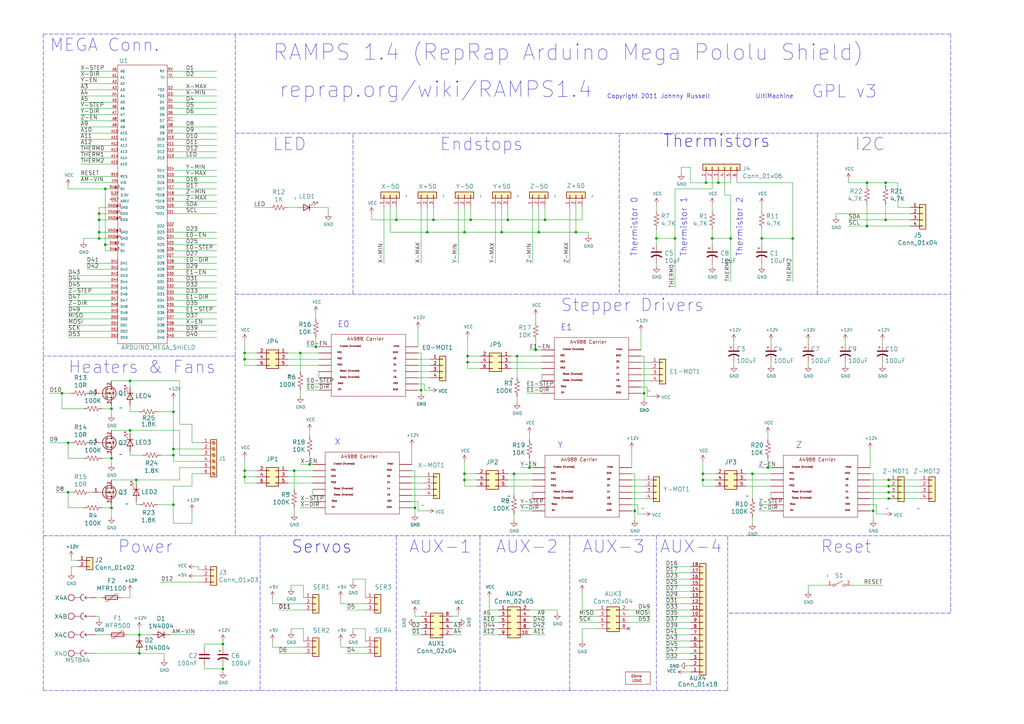
<source format=kicad_sch>
(kicad_sch (version 20231120) (generator "eeschema") (generator_version "8.0")
  (paper "A3")
  (title_block (title "RAMPS_1-41.sch") (date "26 NOV 2021") (rev "V1.41") (comment 1 "Converted by Matthieu MASSON"))
  (junction (at 355.6 74.93))
  (junction (at 100.33 195.58))
  (junction (at 45.72 167.64))
  (junction (at 358.14 209.55))
  (junction (at 53.34 176.53))
  (junction (at 217.17 191.77))
  (junction (at 325.12 97.79))
  (junction (at 170.18 208.28))
  (junction (at 25.4 161.29))
  (junction (at 191.77 148.59))
  (junction (at 264.16 161.29))
  (junction (at 190.5 95.25))
  (junction (at 205.74 95.25))
  (junction (at 364.49 196.85))
  (junction (at 364.49 199.39))
  (junction (at 91.44 264.16))
  (junction (at 175.26 95.25))
  (junction (at 193.04 90.17))
  (junction (at 308.61 194.31))
  (junction (at 190.5 194.31))
  (junction (at 40.64 95.25))
  (junction (at 172.72 160.02))
  (junction (at 177.8 90.17))
  (junction (at 292.1 97.79))
  (junction (at 40.64 90.17))
  (junction (at 27.94 181.61))
  (junction (at 100.33 144.78))
  (junction (at 120.65 193.04))
  (junction (at 220.98 95.25))
  (junction (at 190.5 196.85))
  (junction (at 288.29 196.85))
  (junction (at 71.12 186.69))
  (junction (at 219.71 143.51))
  (junction (at 212.09 146.05))
  (junction (at 289.56 74.93))
  (junction (at 129.54 142.24))
  (junction (at 71.12 184.15))
  (junction (at 162.56 90.17))
  (junction (at 71.12 168.91))
  (junction (at 364.49 201.93))
  (junction (at 299.72 97.79))
  (junction (at 260.35 209.55))
  (junction (at 40.64 97.79))
  (junction (at 57.15 267.97))
  (junction (at 288.29 194.31))
  (junction (at 314.96 191.77))
  (junction (at 27.94 201.93))
  (junction (at 40.64 87.63))
  (junction (at 123.19 144.78))
  (junction (at 223.52 90.17))
  (junction (at 355.6 92.71))
  (junction (at 276.86 97.79))
  (junction (at 191.77 146.05))
  (junction (at 364.49 204.47))
  (junction (at 53.34 156.21))
  (junction (at 236.22 95.25))
  (junction (at 269.24 97.79))
  (junction (at 55.88 196.85))
  (junction (at 210.82 194.31))
  (junction (at 100.33 193.04))
  (junction (at 127 190.5))
  (junction (at 363.22 74.93))
  (junction (at 91.44 274.32))
  (junction (at 208.28 90.17))
  (junction (at 45.72 187.96))
  (junction (at 45.72 208.28))
  (junction (at 294.64 74.93))
  (junction (at 43.18 100.33))
  (junction (at 57.15 260.35))
  (junction (at 43.18 77.47))
  (junction (at 100.33 147.32))
  (junction (at 363.22 90.17))
  (junction (at 312.42 97.79))
  (junction (at 71.12 207.01))
  (no_connect (at 257.81 257.81))
  (wire (pts (xy 331.47 140.97) (xy 331.47 139.7)))
  (wire (pts (xy 223.52 90.17) (xy 238.76 90.17)))
  (wire (pts (xy 57.15 207.01) (xy 55.88 207.01)))
  (wire (pts (xy 29.21 234.95) (xy 29.21 232.41)))
  (wire (pts (xy 218.44 207.01) (xy 213.36 207.01)))
  (wire (pts (xy 173.99 198.12) (xy 168.91 198.12)))
  (wire (pts (xy 331.47 242.57) (xy 331.47 240.03)))
  (wire (pts (xy 222.25 143.51) (xy 219.71 143.51)))
  (wire (pts (xy 53.34 156.21) (xy 73.66 156.21)))
  (wire (pts (xy 71.12 128.27) (xy 88.9 128.27)))
  (wire (pts (xy 45.72 176.53) (xy 53.34 176.53)))
  (wire (pts (xy 45.72 90.17) (xy 40.64 90.17)))
  (wire (pts (xy 269.24 97.79) (xy 276.86 97.79)))
  (wire (pts (xy 128.27 200.66) (xy 128.27 203.2)))
  (wire (pts (xy 118.11 198.12) (xy 128.27 198.12)))
  (wire (pts (xy 71.12 184.15) (xy 71.12 186.69)))
  (wire (pts (xy 130.81 154.94) (xy 130.81 152.4)))
  (wire (pts (xy 111.76 247.65) (xy 111.76 245.11)))
  (wire (pts (xy 283.21 68.58) (xy 279.4 68.58)))
  (polyline (pts (xy 254 54.61) (xy 254 120.65)) (stroke (width 0) (type dash)))
  (wire (pts (xy 80.01 232.41) (xy 81.28 232.41)))
  (wire (pts (xy 358.14 194.31) (xy 358.14 209.55)))
  (wire (pts (xy 71.12 69.85) (xy 88.9 69.85)))
  (wire (pts (xy 363.22 90.17) (xy 347.98 90.17)))
  (wire (pts (xy 210.82 194.31) (xy 210.82 203.2)))
  (wire (pts (xy 71.12 214.63) (xy 78.74 214.63)))
  (wire (pts (xy 261.62 207.01) (xy 261.62 210.82)))
  (wire (pts (xy 45.72 130.81) (xy 27.94 130.81)))
  (wire (pts (xy 356.87 207.01) (xy 359.41 207.01)))
  (wire (pts (xy 57.15 267.97) (xy 67.31 267.97)))
  (wire (pts (xy 100.33 144.78) (xy 100.33 147.32)))
  (wire (pts (xy 71.12 113.03) (xy 88.9 113.03)))
  (wire (pts (xy 264.16 204.47) (xy 259.08 204.47)))
  (wire (pts (xy 57.15 257.81) (xy 57.15 260.35)))
  (wire (pts (xy 64.77 168.91) (xy 71.12 168.91)))
  (wire (pts (xy 105.41 195.58) (xy 100.33 195.58)))
  (wire (pts (xy 128.27 208.28) (xy 123.19 208.28)))
  (wire (pts (xy 171.45 209.55) (xy 175.26 209.55)))
  (wire (pts (xy 52.07 260.35) (xy 57.15 260.35)))
  (wire (pts (xy 123.19 160.02) (xy 123.19 162.56)))
  (wire (pts (xy 139.7 247.65) (xy 139.7 245.11)))
  (wire (pts (xy 283.21 262.89) (xy 273.05 262.89)))
  (wire (pts (xy 45.72 107.95) (xy 35.56 107.95)))
  (wire (pts (xy 356.87 194.31) (xy 358.14 194.31)))
  (wire (pts (xy 45.72 187.96) (xy 45.72 186.69)))
  (wire (pts (xy 71.12 110.49) (xy 88.9 110.49)))
  (wire (pts (xy 190.5 95.25) (xy 175.26 95.25)))
  (wire (pts (xy 127 176.53) (xy 127 179.07)))
  (wire (pts (xy 170.18 251.46) (xy 170.18 252.73)))
  (wire (pts (xy 283.21 265.43) (xy 273.05 265.43)))
  (wire (pts (xy 364.49 196.85) (xy 377.19 196.85)))
  (wire (pts (xy 266.7 151.13) (xy 262.89 151.13)))
  (wire (pts (xy 45.72 46.99) (xy 33.02 46.99)))
  (wire (pts (xy 205.74 95.25) (xy 190.5 95.25)))
  (wire (pts (xy 40.64 90.17) (xy 40.64 95.25)))
  (wire (pts (xy 325.12 97.79) (xy 325.12 115.57)))
  (wire (pts (xy 173.99 195.58) (xy 168.91 195.58)))
  (polyline (pts (xy 96.52 146.05) (xy 17.78 146.05)) (stroke (width 0) (type dash)))
  (wire (pts (xy 170.18 252.73) (xy 172.72 252.73)))
  (wire (pts (xy 264.16 161.29) (xy 264.16 146.05)))
  (wire (pts (xy 64.77 207.01) (xy 71.12 207.01)))
  (wire (pts (xy 171.45 144.78) (xy 172.72 144.78)))
  (wire (pts (xy 289.56 74.93) (xy 289.56 73.66)))
  (wire (pts (xy 40.64 97.79) (xy 45.72 97.79)))
  (wire (pts (xy 69.85 260.35) (xy 80.01 260.35)))
  (wire (pts (xy 195.58 199.39) (xy 190.5 199.39)))
  (wire (pts (xy 283.21 237.49) (xy 273.05 237.49)))
  (wire (pts (xy 175.26 85.09) (xy 175.26 95.25)))
  (wire (pts (xy 236.22 85.09) (xy 236.22 95.25)))
  (wire (pts (xy 212.09 146.05) (xy 209.55 146.05)))
  (wire (pts (xy 78.74 214.63) (xy 78.74 209.55)))
  (polyline (pts (xy 96.52 13.97) (xy 96.52 219.71)) (stroke (width 0) (type dash)))
  (wire (pts (xy 123.19 144.78) (xy 130.81 144.78)))
  (wire (pts (xy 149.86 262.89) (xy 149.86 257.81)))
  (wire (pts (xy 222.25 148.59) (xy 209.55 148.59)))
  (wire (pts (xy 124.46 245.11) (xy 124.46 240.03)))
  (wire (pts (xy 283.21 232.41) (xy 273.05 232.41)))
  (wire (pts (xy 127 190.5) (xy 123.19 190.5)))
  (wire (pts (xy 273.05 245.11) (xy 283.21 245.11)))
  (wire (pts (xy 210.82 194.31) (xy 208.28 194.31)))
  (wire (pts (xy 266.7 156.21) (xy 262.89 156.21)))
  (wire (pts (xy 283.21 234.95) (xy 273.05 234.95)))
  (wire (pts (xy 257.81 255.27) (xy 266.7 255.27)))
  (wire (pts (xy 40.64 90.17) (xy 40.64 87.63)))
  (wire (pts (xy 312.42 93.98) (xy 312.42 97.79)))
  (wire (pts (xy 45.72 36.83) (xy 33.02 36.83)))
  (wire (pts (xy 217.17 257.81) (xy 223.52 257.81)))
  (wire (pts (xy 71.12 95.25) (xy 88.9 95.25)))
  (wire (pts (xy 71.12 168.91) (xy 71.12 184.15)))
  (wire (pts (xy 149.86 237.49) (xy 144.78 237.49)))
  (wire (pts (xy 204.47 260.35) (xy 198.12 260.35)))
  (wire (pts (xy 71.12 31.75) (xy 88.9 31.75)))
  (wire (pts (xy 128.27 190.5) (xy 127 190.5)))
  (wire (pts (xy 53.34 158.75) (xy 53.34 156.21)))
  (wire (pts (xy 152.4 90.17) (xy 162.56 90.17)))
  (wire (pts (xy 273.05 240.03) (xy 283.21 240.03)))
  (wire (pts (xy 91.44 264.16) (xy 91.44 265.43)))
  (wire (pts (xy 217.17 191.77) (xy 213.36 191.77)))
  (wire (pts (xy 149.86 250.19) (xy 142.24 250.19)))
  (wire (pts (xy 41.91 187.96) (xy 45.72 187.96)))
  (wire (pts (xy 200.66 250.19) (xy 200.66 245.11)))
  (wire (pts (xy 71.12 118.11) (xy 88.9 118.11)))
  (wire (pts (xy 222.25 161.29) (xy 215.9 161.29)))
  (wire (pts (xy 27.94 208.28) (xy 27.94 201.93)))
  (polyline (pts (xy 233.68 219.71) (xy 233.68 283.21)) (stroke (width 0) (type dash)))
  (wire (pts (xy 283.21 275.59) (xy 280.67 275.59)))
  (wire (pts (xy 219.71 139.7) (xy 219.71 143.51)))
  (wire (pts (xy 316.23 194.31) (xy 308.61 194.31)))
  (polyline (pts (xy 17.78 13.97) (xy 389.89 13.97)) (stroke (width 0) (type dash)))
  (wire (pts (xy 223.52 85.09) (xy 223.52 90.17)))
  (wire (pts (xy 82.55 194.31) (xy 78.74 194.31)))
  (wire (pts (xy 55.88 207.01) (xy 55.88 205.74)))
  (wire (pts (xy 73.66 156.21) (xy 73.66 173.99)))
  (wire (pts (xy 217.17 255.27) (xy 223.52 255.27)))
  (wire (pts (xy 78.74 181.61) (xy 82.55 181.61)))
  (wire (pts (xy 176.53 149.86) (xy 171.45 149.86)))
  (wire (pts (xy 83.82 273.05) (xy 83.82 274.32)))
  (wire (pts (xy 185.42 260.35) (xy 189.23 260.35)))
  (wire (pts (xy 27.94 187.96) (xy 27.94 181.61)))
  (wire (pts (xy 38.1 181.61) (xy 36.83 181.61)))
  (wire (pts (xy 222.25 153.67) (xy 222.25 156.21)))
  (wire (pts (xy 185.42 257.81) (xy 189.23 257.81)))
  (wire (pts (xy 45.72 64.77) (xy 33.02 64.77)))
  (polyline (pts (xy 96.52 54.61) (xy 389.89 54.61)) (stroke (width 0) (type dash)))
  (wire (pts (xy 299.72 74.93) (xy 294.64 74.93)))
  (wire (pts (xy 27.94 181.61) (xy 20.32 181.61)))
  (wire (pts (xy 100.33 195.58) (xy 100.33 193.04)))
  (wire (pts (xy 349.25 240.03) (xy 361.95 240.03)))
  (wire (pts (xy 261.62 207.01) (xy 259.08 207.01)))
  (wire (pts (xy 71.12 74.93) (xy 88.9 74.93)))
  (wire (pts (xy 45.72 87.63) (xy 40.64 87.63)))
  (wire (pts (xy 363.22 83.82) (xy 363.22 90.17)))
  (wire (pts (xy 218.44 194.31) (xy 210.82 194.31)))
  (wire (pts (xy 170.18 193.04) (xy 168.91 193.04)))
  (wire (pts (xy 71.12 189.23) (xy 82.55 189.23)))
  (wire (pts (xy 217.17 187.96) (xy 217.17 191.77)))
  (wire (pts (xy 356.87 184.15) (xy 356.87 191.77)))
  (wire (pts (xy 238.76 257.81) (xy 245.11 257.81)))
  (wire (pts (xy 105.41 147.32) (xy 100.33 147.32)))
  (wire (pts (xy 78.74 194.31) (xy 78.74 199.39)))
  (wire (pts (xy 276.86 77.47) (xy 276.86 97.79)))
  (wire (pts (xy 66.04 238.76) (xy 82.55 238.76)))
  (wire (pts (xy 144.78 237.49) (xy 144.78 238.76)))
  (wire (pts (xy 205.74 85.09) (xy 205.74 95.25)))
  (polyline (pts (xy 298.45 283.21) (xy 298.45 219.71)) (stroke (width 0) (type dash)))
  (wire (pts (xy 359.41 207.01) (xy 359.41 210.82)))
  (wire (pts (xy 128.27 205.74) (xy 123.19 205.74)))
  (wire (pts (xy 45.72 115.57) (xy 27.94 115.57)))
  (wire (pts (xy 82.55 184.15) (xy 71.12 184.15)))
  (wire (pts (xy 283.21 270.51) (xy 273.05 270.51)))
  (wire (pts (xy 111.76 262.89) (xy 111.76 265.43)))
  (wire (pts (xy 288.29 199.39) (xy 288.29 196.85)))
  (wire (pts (xy 71.12 189.23) (xy 71.12 186.69)))
  (wire (pts (xy 331.47 149.86) (xy 331.47 148.59)))
  (wire (pts (xy 233.68 85.09) (xy 233.68 107.95)))
  (wire (pts (xy 45.72 59.69) (xy 33.02 59.69)))
  (wire (pts (xy 78.74 199.39) (xy 71.12 199.39)))
  (wire (pts (xy 170.18 255.27) (xy 172.72 255.27)))
  (wire (pts (xy 220.98 85.09) (xy 220.98 95.25)))
  (wire (pts (xy 100.33 195.58) (xy 100.33 198.12)))
  (wire (pts (xy 120.65 193.04) (xy 120.65 200.66)))
  (wire (pts (xy 262.89 161.29) (xy 264.16 161.29)))
  (wire (pts (xy 325.12 74.93) (xy 325.12 97.79)))
  (wire (pts (xy 220.98 95.25) (xy 205.74 95.25)))
  (wire (pts (xy 45.72 133.35) (xy 27.94 133.35)))
  (wire (pts (xy 71.12 87.63) (xy 88.9 87.63)))
  (wire (pts (xy 204.47 250.19) (xy 200.66 250.19)))
  (wire (pts (xy 302.26 74.93) (xy 325.12 74.93)))
  (polyline (pts (xy 144.78 120.65) (xy 144.78 54.61)) (stroke (width 0) (type dash)))
  (wire (pts (xy 39.37 245.11) (xy 41.91 245.11)))
  (wire (pts (xy 71.12 85.09) (xy 88.9 85.09)))
  (wire (pts (xy 212.09 162.56) (xy 212.09 165.1)))
  (wire (pts (xy 208.28 85.09) (xy 208.28 90.17)))
  (wire (pts (xy 190.5 199.39) (xy 190.5 196.85)))
  (wire (pts (xy 39.37 267.97) (xy 57.15 267.97)))
  (wire (pts (xy 82.55 191.77) (xy 73.66 191.77)))
  (wire (pts (xy 45.72 166.37) (xy 45.72 167.64)))
  (wire (pts (xy 105.41 198.12) (xy 100.33 198.12)))
  (polyline (pts (xy 196.85 283.21) (xy 196.85 219.71)) (stroke (width 0) (type dash)))
  (wire (pts (xy 191.77 148.59) (xy 191.77 151.13)))
  (wire (pts (xy 312.42 107.95) (xy 312.42 109.22)))
  (wire (pts (xy 245.11 252.73) (xy 237.49 252.73)))
  (wire (pts (xy 193.04 85.09) (xy 193.04 90.17)))
  (wire (pts (xy 43.18 77.47) (xy 45.72 77.47)))
  (wire (pts (xy 283.21 74.93) (xy 283.21 68.58)))
  (wire (pts (xy 218.44 209.55) (xy 213.36 209.55)))
  (wire (pts (xy 39.37 252.73) (xy 40.64 252.73)))
  (wire (pts (xy 269.24 97.79) (xy 269.24 100.33)))
  (wire (pts (xy 41.91 208.28) (xy 45.72 208.28)))
  (wire (pts (xy 373.38 92.71) (xy 355.6 92.71)))
  (wire (pts (xy 124.46 262.89) (xy 124.46 257.81)))
  (wire (pts (xy 191.77 146.05) (xy 196.85 146.05)))
  (wire (pts (xy 238.76 90.17) (xy 238.76 85.09)))
  (wire (pts (xy 25.4 167.64) (xy 25.4 161.29)))
  (wire (pts (xy 300.99 149.86) (xy 300.99 148.59)))
  (wire (pts (xy 71.12 163.83) (xy 71.12 168.91)))
  (wire (pts (xy 71.12 39.37) (xy 88.9 39.37)))
  (wire (pts (xy 331.47 240.03) (xy 339.09 240.03)))
  (wire (pts (xy 45.72 41.91) (xy 33.02 41.91)))
  (wire (pts (xy 288.29 196.85) (xy 288.29 194.31)))
  (wire (pts (xy 100.33 193.04) (xy 100.33 187.96)))
  (wire (pts (xy 118.11 144.78) (xy 123.19 144.78)))
  (wire (pts (xy 283.21 255.27) (xy 273.05 255.27)))
  (wire (pts (xy 53.34 186.69) (xy 53.34 185.42)))
  (wire (pts (xy 171.45 205.74) (xy 171.45 209.55)))
  (wire (pts (xy 294.64 74.93) (xy 289.56 74.93)))
  (wire (pts (xy 245.11 255.27) (xy 237.49 255.27)))
  (wire (pts (xy 45.72 113.03) (xy 27.94 113.03)))
  (wire (pts (xy 81.28 233.68) (xy 81.28 232.41)))
  (wire (pts (xy 316.23 207.01) (xy 311.15 207.01)))
  (polyline (pts (xy 17.78 219.71) (xy 389.89 219.71)) (stroke (width 0) (type dash)))
  (wire (pts (xy 361.95 149.86) (xy 361.95 148.59)))
  (wire (pts (xy 71.12 36.83) (xy 88.9 36.83)))
  (wire (pts (xy 171.45 134.62) (xy 171.45 142.24)))
  (wire (pts (xy 129.54 138.43) (xy 129.54 142.24)))
  (wire (pts (xy 149.86 247.65) (xy 139.7 247.65)))
  (polyline (pts (xy 17.78 13.97) (xy 17.78 283.21)) (stroke (width 0) (type dash)))
  (wire (pts (xy 45.72 196.85) (xy 55.88 196.85)))
  (wire (pts (xy 43.18 77.47) (xy 43.18 100.33)))
  (wire (pts (xy 373.38 87.63) (xy 342.9 87.63)))
  (wire (pts (xy 363.22 74.93) (xy 368.3 74.93)))
  (wire (pts (xy 293.37 199.39) (xy 288.29 199.39)))
  (wire (pts (xy 316.23 149.86) (xy 316.23 148.59)))
  (wire (pts (xy 300.99 140.97) (xy 300.99 139.7)))
  (wire (pts (xy 45.72 207.01) (xy 45.72 208.28)))
  (wire (pts (xy 265.43 162.56) (xy 267.97 162.56)))
  (wire (pts (xy 293.37 196.85) (xy 288.29 196.85)))
  (wire (pts (xy 57.15 260.35) (xy 62.23 260.35)))
  (wire (pts (xy 190.5 196.85) (xy 190.5 194.31)))
  (wire (pts (xy 45.72 85.09) (xy 40.64 85.09)))
  (wire (pts (xy 257.81 250.19) (xy 266.7 250.19)))
  (wire (pts (xy 228.6 251.46) (xy 228.6 250.19)))
  (wire (pts (xy 73.66 173.99) (xy 78.74 173.99)))
  (wire (pts (xy 364.49 204.47) (xy 356.87 204.47)))
  (wire (pts (xy 219.71 129.54) (xy 219.71 132.08)))
  (wire (pts (xy 355.6 92.71) (xy 347.98 92.71)))
  (wire (pts (xy 43.18 100.33) (xy 43.18 102.87)))
  (wire (pts (xy 91.44 275.59) (xy 91.44 274.32)))
  (wire (pts (xy 71.12 52.07) (xy 88.9 52.07)))
  (wire (pts (xy 40.64 97.79) (xy 34.29 97.79)))
  (wire (pts (xy 368.3 74.93) (xy 368.3 85.09)))
  (wire (pts (xy 316.23 191.77) (xy 314.96 191.77)))
  (wire (pts (xy 149.86 267.97) (xy 142.24 267.97)))
  (wire (pts (xy 105.41 149.86) (xy 100.33 149.86)))
  (wire (pts (xy 105.41 193.04) (xy 100.33 193.04)))
  (wire (pts (xy 149.86 257.81) (xy 144.78 257.81)))
  (wire (pts (xy 283.21 242.57) (xy 273.05 242.57)))
  (wire (pts (xy 261.62 210.82) (xy 264.16 210.82)))
  (wire (pts (xy 124.46 247.65) (xy 111.76 247.65)))
  (wire (pts (xy 45.72 120.65) (xy 27.94 120.65)))
  (wire (pts (xy 104.14 85.09) (xy 110.49 85.09)))
  (wire (pts (xy 124.46 250.19) (xy 114.3 250.19)))
  (wire (pts (xy 308.61 194.31) (xy 306.07 194.31)))
  (wire (pts (xy 373.38 90.17) (xy 363.22 90.17)))
  (wire (pts (xy 82.55 233.68) (xy 81.28 233.68)))
  (wire (pts (xy 45.72 208.28) (xy 45.72 212.09)))
  (wire (pts (xy 27.94 201.93) (xy 22.86 201.93)))
  (wire (pts (xy 312.42 83.82) (xy 312.42 86.36)))
  (wire (pts (xy 53.34 177.8) (xy 53.34 176.53)))
  (wire (pts (xy 71.12 77.47) (xy 88.9 77.47)))
  (wire (pts (xy 73.66 176.53) (xy 73.66 186.69)))
  (wire (pts (xy 241.3 95.25) (xy 236.22 95.25)))
  (wire (pts (xy 292.1 83.82) (xy 292.1 86.36)))
  (wire (pts (xy 49.53 245.11) (xy 53.34 245.11)))
  (wire (pts (xy 53.34 176.53) (xy 73.66 176.53)))
  (wire (pts (xy 71.12 72.39) (xy 88.9 72.39)))
  (wire (pts (xy 193.04 90.17) (xy 208.28 90.17)))
  (wire (pts (xy 190.5 189.23) (xy 190.5 194.31)))
  (wire (pts (xy 71.12 120.65) (xy 88.9 120.65)))
  (wire (pts (xy 173.99 157.48) (xy 171.45 157.48)))
  (wire (pts (xy 170.18 208.28) (xy 170.18 210.82)))
  (wire (pts (xy 292.1 107.95) (xy 292.1 109.22)))
  (wire (pts (xy 45.72 100.33) (xy 43.18 100.33)))
  (wire (pts (xy 45.72 72.39) (xy 33.02 72.39)))
  (wire (pts (xy 168.91 260.35) (xy 172.72 260.35)))
  (wire (pts (xy 364.49 201.93) (xy 356.87 201.93)))
  (wire (pts (xy 29.21 228.6) (xy 29.21 229.87)))
  (wire (pts (xy 172.72 85.09) (xy 172.72 107.95)))
  (wire (pts (xy 45.72 62.23) (xy 33.02 62.23)))
  (wire (pts (xy 71.12 29.21) (xy 88.9 29.21)))
  (wire (pts (xy 71.12 57.15) (xy 88.9 57.15)))
  (wire (pts (xy 191.77 138.43) (xy 191.77 146.05)))
  (wire (pts (xy 308.61 212.09) (xy 308.61 214.63)))
  (wire (pts (xy 71.12 46.99) (xy 88.9 46.99)))
  (wire (pts (xy 217.17 177.8) (xy 217.17 180.34)))
  (wire (pts (xy 299.72 97.79) (xy 299.72 115.57)))
  (wire (pts (xy 175.26 95.25) (xy 160.02 95.25)))
  (wire (pts (xy 260.35 209.55) (xy 259.08 209.55)))
  (wire (pts (xy 71.12 59.69) (xy 88.9 59.69)))
  (wire (pts (xy 262.89 135.89) (xy 262.89 143.51)))
  (wire (pts (xy 260.35 209.55) (xy 260.35 213.36)))
  (wire (pts (xy 27.94 76.2) (xy 27.94 77.47)))
  (wire (pts (xy 279.4 68.58) (xy 279.4 71.12)))
  (wire (pts (xy 45.72 125.73) (xy 27.94 125.73)))
  (wire (pts (xy 289.56 74.93) (xy 283.21 74.93)))
  (wire (pts (xy 276.86 77.47) (xy 292.1 77.47)))
  (wire (pts (xy 71.12 207.01) (xy 71.12 214.63)))
  (wire (pts (xy 218.44 201.93) (xy 218.44 204.47)))
  (wire (pts (xy 259.08 194.31) (xy 260.35 194.31)))
  (wire (pts (xy 312.42 97.79) (xy 325.12 97.79)))
  (wire (pts (xy 314.96 177.8) (xy 314.96 180.34)))
  (wire (pts (xy 53.34 242.57) (xy 53.34 245.11)))
  (wire (pts (xy 173.99 203.2) (xy 168.91 203.2)))
  (wire (pts (xy 346.71 140.97) (xy 346.71 139.7)))
  (wire (pts (xy 173.99 200.66) (xy 168.91 200.66)))
  (wire (pts (xy 361.95 140.97) (xy 361.95 139.7)))
  (wire (pts (xy 172.72 160.02) (xy 171.45 160.02)))
  (wire (pts (xy 120.65 208.28) (xy 120.65 210.82)))
  (wire (pts (xy 36.83 161.29) (xy 38.1 161.29)))
  (wire (pts (xy 294.64 73.66) (xy 294.64 74.93)))
  (wire (pts (xy 40.64 254) (xy 40.64 252.73)))
  (wire (pts (xy 283.21 273.05) (xy 281.94 273.05)))
  (wire (pts (xy 364.49 204.47) (xy 377.19 204.47)))
  (wire (pts (xy 204.47 257.81) (xy 198.12 257.81)))
  (wire (pts (xy 219.71 143.51) (xy 217.17 143.51)))
  (wire (pts (xy 71.12 199.39) (xy 71.12 207.01)))
  (wire (pts (xy 71.12 130.81) (xy 88.9 130.81)))
  (wire (pts (xy 218.44 199.39) (xy 208.28 199.39)))
  (wire (pts (xy 316.23 199.39) (xy 306.07 199.39)))
  (wire (pts (xy 124.46 240.03) (xy 119.38 240.03)))
  (wire (pts (xy 129.54 142.24) (xy 125.73 142.24)))
  (wire (pts (xy 264.16 201.93) (xy 259.08 201.93)))
  (wire (pts (xy 314.96 191.77) (xy 311.15 191.77)))
  (wire (pts (xy 187.96 85.09) (xy 187.96 107.95)))
  (wire (pts (xy 259.08 184.15) (xy 259.08 191.77)))
  (wire (pts (xy 29.21 229.87) (xy 31.75 229.87)))
  (wire (pts (xy 71.12 62.23) (xy 88.9 62.23)))
  (wire (pts (xy 283.21 247.65) (xy 273.05 247.65)))
  (wire (pts (xy 73.66 191.77) (xy 73.66 196.85)))
  (wire (pts (xy 71.12 115.57) (xy 88.9 115.57)))
  (wire (pts (xy 100.33 144.78) (xy 100.33 139.7)))
  (wire (pts (xy 176.53 147.32) (xy 171.45 147.32)))
  (wire (pts (xy 45.72 110.49) (xy 35.56 110.49)))
  (wire (pts (xy 190.5 194.31) (xy 195.58 194.31)))
  (wire (pts (xy 299.72 73.66) (xy 299.72 74.93)))
  (wire (pts (xy 203.2 85.09) (xy 203.2 107.95)))
  (wire (pts (xy 204.47 252.73) (xy 198.12 252.73)))
  (wire (pts (xy 130.81 147.32) (xy 118.11 147.32)))
  (polyline (pts (xy 106.68 219.71) (xy 106.68 283.21)) (stroke (width 0) (type dash)))
  (wire (pts (xy 292.1 93.98) (xy 292.1 97.79)))
  (wire (pts (xy 130.81 142.24) (xy 129.54 142.24)))
  (wire (pts (xy 204.47 255.27) (xy 198.12 255.27)))
  (wire (pts (xy 124.46 257.81) (xy 119.38 257.81)))
  (wire (pts (xy 82.55 186.69) (xy 73.66 186.69)))
  (wire (pts (xy 266.7 148.59) (xy 262.89 148.59)))
  (wire (pts (xy 71.12 102.87) (xy 88.9 102.87)))
  (wire (pts (xy 130.81 149.86) (xy 118.11 149.86)))
  (wire (pts (xy 45.72 156.21) (xy 53.34 156.21)))
  (wire (pts (xy 152.4 87.63) (xy 152.4 90.17)))
  (wire (pts (xy 346.71 149.86) (xy 346.71 148.59)))
  (wire (pts (xy 55.88 196.85) (xy 73.66 196.85)))
  (wire (pts (xy 27.94 187.96) (xy 34.29 187.96)))
  (wire (pts (xy 269.24 93.98) (xy 269.24 97.79)))
  (wire (pts (xy 236.22 95.25) (xy 220.98 95.25)))
  (wire (pts (xy 358.14 209.55) (xy 356.87 209.55)))
  (wire (pts (xy 364.49 199.39) (xy 356.87 199.39)))
  (wire (pts (xy 241.3 96.52) (xy 241.3 95.25)))
  (wire (pts (xy 265.43 158.75) (xy 265.43 162.56)))
  (wire (pts (xy 191.77 148.59) (xy 196.85 148.59)))
  (wire (pts (xy 53.34 186.69) (xy 58.42 186.69)))
  (wire (pts (xy 176.53 154.94) (xy 171.45 154.94)))
  (wire (pts (xy 71.12 54.61) (xy 88.9 54.61)))
  (wire (pts (xy 358.14 209.55) (xy 358.14 213.36)))
  (wire (pts (xy 176.53 152.4) (xy 171.45 152.4)))
  (wire (pts (xy 359.41 210.82) (xy 363.22 210.82)))
  (wire (pts (xy 41.91 167.64) (xy 45.72 167.64)))
  (wire (pts (xy 45.72 54.61) (xy 33.02 54.61)))
  (wire (pts (xy 347.98 73.66) (xy 347.98 74.93)))
  (wire (pts (xy 238.76 250.19) (xy 245.11 250.19)))
  (wire (pts (xy 212.09 146.05) (xy 212.09 154.94)))
  (wire (pts (xy 308.61 194.31) (xy 308.61 204.47)))
  (wire (pts (xy 314.96 187.96) (xy 314.96 191.77)))
  (wire (pts (xy 45.72 123.19) (xy 27.94 123.19)))
  (wire (pts (xy 368.3 85.09) (xy 373.38 85.09)))
  (wire (pts (xy 134.62 87.63) (xy 134.62 85.09)))
  (wire (pts (xy 355.6 76.2) (xy 355.6 74.93)))
  (wire (pts (xy 45.72 57.15) (xy 33.02 57.15)))
  (wire (pts (xy 238.76 242.57) (xy 238.76 250.19)))
  (wire (pts (xy 40.64 85.09) (xy 40.64 87.63)))
  (wire (pts (xy 217.17 260.35) (xy 223.52 260.35)))
  (wire (pts (xy 71.12 41.91) (xy 88.9 41.91)))
  (wire (pts (xy 25.4 161.29) (xy 20.32 161.29)))
  (wire (pts (xy 71.12 97.79) (xy 88.9 97.79)))
  (wire (pts (xy 364.49 201.93) (xy 377.19 201.93)))
  (wire (pts (xy 40.64 95.25) (xy 40.64 97.79)))
  (wire (pts (xy 71.12 105.41) (xy 88.9 105.41)))
  (wire (pts (xy 45.72 29.21) (xy 33.02 29.21)))
  (wire (pts (xy 355.6 83.82) (xy 355.6 92.71)))
  (wire (pts (xy 91.44 264.16) (xy 83.82 264.16)))
  (wire (pts (xy 238.76 262.89) (xy 238.76 257.81)))
  (wire (pts (xy 83.82 264.16) (xy 83.82 265.43)))
  (wire (pts (xy 257.81 252.73) (xy 266.7 252.73)))
  (wire (pts (xy 130.81 160.02) (xy 125.73 160.02)))
  (wire (pts (xy 45.72 52.07) (xy 33.02 52.07)))
  (wire (pts (xy 190.5 85.09) (xy 190.5 95.25)))
  (wire (pts (xy 45.72 44.45) (xy 33.02 44.45)))
  (wire (pts (xy 71.12 138.43) (xy 88.9 138.43)))
  (wire (pts (xy 173.99 157.48) (xy 173.99 160.02)))
  (wire (pts (xy 316.23 209.55) (xy 311.15 209.55)))
  (wire (pts (xy 218.44 85.09) (xy 218.44 107.95)))
  (polyline (pts (xy 96.52 120.65) (xy 389.89 120.65)) (stroke (width 0) (type dash)))
  (wire (pts (xy 105.41 144.78) (xy 100.33 144.78)))
  (wire (pts (xy 43.18 102.87) (xy 45.72 102.87)))
  (wire (pts (xy 118.11 85.09) (xy 121.92 85.09)))
  (wire (pts (xy 299.72 80.01) (xy 297.18 80.01)))
  (wire (pts (xy 162.56 85.09) (xy 162.56 90.17)))
  (wire (pts (xy 191.77 151.13) (xy 196.85 151.13)))
  (wire (pts (xy 45.72 135.89) (xy 27.94 135.89)))
  (wire (pts (xy 123.19 144.78) (xy 123.19 152.4)))
  (wire (pts (xy 45.72 74.93) (xy 33.02 74.93)))
  (wire (pts (xy 185.42 252.73) (xy 187.96 252.73)))
  (wire (pts (xy 217.17 252.73) (xy 223.52 252.73)))
  (wire (pts (xy 82.55 236.22) (xy 80.01 236.22)))
  (wire (pts (xy 364.49 199.39) (xy 377.19 199.39)))
  (wire (pts (xy 260.35 194.31) (xy 260.35 209.55)))
  (wire (pts (xy 91.44 262.89) (xy 91.44 264.16)))
  (wire (pts (xy 264.16 161.29) (xy 264.16 163.83)))
  (wire (pts (xy 297.18 80.01) (xy 297.18 73.66)))
  (wire (pts (xy 168.91 257.81) (xy 172.72 257.81)))
  (wire (pts (xy 170.18 208.28) (xy 170.18 193.04)))
  (wire (pts (xy 25.4 161.29) (xy 29.21 161.29)))
  (wire (pts (xy 168.91 182.88) (xy 168.91 190.5)))
  (wire (pts (xy 283.21 252.73) (xy 273.05 252.73)))
  (wire (pts (xy 172.72 160.02) (xy 172.72 161.29)))
  (wire (pts (xy 157.48 85.09) (xy 157.48 107.95)))
  (wire (pts (xy 168.91 208.28) (xy 170.18 208.28)))
  (polyline (pts (xy 162.56 283.21) (xy 162.56 219.71)) (stroke (width 0) (type dash)))
  (polyline (pts (xy 335.28 120.65) (xy 335.28 54.61)) (stroke (width 0) (type dash)))
  (wire (pts (xy 36.83 201.93) (xy 38.1 201.93)))
  (wire (pts (xy 120.65 193.04) (xy 128.27 193.04)))
  (wire (pts (xy 129.54 128.27) (xy 129.54 130.81)))
  (wire (pts (xy 177.8 90.17) (xy 193.04 90.17)))
  (wire (pts (xy 215.9 158.75) (xy 222.25 158.75)))
  (wire (pts (xy 292.1 97.79) (xy 299.72 97.79)))
  (wire (pts (xy 172.72 144.78) (xy 172.72 160.02)))
  (wire (pts (xy 71.12 44.45) (xy 88.9 44.45)))
  (wire (pts (xy 283.21 267.97) (xy 273.05 267.97)))
  (wire (pts (xy 53.34 166.37) (xy 53.34 168.91)))
  (wire (pts (xy 217.17 250.19) (xy 228.6 250.19)))
  (wire (pts (xy 66.04 186.69) (xy 71.12 186.69)))
  (wire (pts (xy 312.42 100.33) (xy 312.42 97.79)))
  (wire (pts (xy 124.46 267.97) (xy 114.3 267.97)))
  (wire (pts (xy 316.23 201.93) (xy 316.23 204.47)))
  (wire (pts (xy 91.44 274.32) (xy 91.44 273.05)))
  (wire (pts (xy 127 186.69) (xy 127 190.5)))
  (wire (pts (xy 162.56 90.17) (xy 177.8 90.17)))
  (wire (pts (xy 266.7 153.67) (xy 262.89 153.67)))
  (wire (pts (xy 134.62 85.09) (xy 129.54 85.09)))
  (wire (pts (xy 45.72 138.43) (xy 27.94 138.43)))
  (wire (pts (xy 302.26 73.66) (xy 302.26 74.93)))
  (wire (pts (xy 264.16 199.39) (xy 259.08 199.39)))
  (wire (pts (xy 269.24 83.82) (xy 269.24 86.36)))
  (wire (pts (xy 78.74 173.99) (xy 78.74 181.61)))
  (wire (pts (xy 71.12 64.77) (xy 88.9 64.77)))
  (wire (pts (xy 53.34 168.91) (xy 57.15 168.91)))
  (wire (pts (xy 118.11 193.04) (xy 120.65 193.04)))
  (wire (pts (xy 29.21 201.93) (xy 27.94 201.93)))
  (wire (pts (xy 71.12 82.55) (xy 88.9 82.55)))
  (wire (pts (xy 173.99 160.02) (xy 176.53 160.02)))
  (wire (pts (xy 71.12 133.35) (xy 88.9 133.35)))
  (wire (pts (xy 71.12 135.89) (xy 88.9 135.89)))
  (wire (pts (xy 128.27 195.58) (xy 118.11 195.58)))
  (wire (pts (xy 100.33 147.32) (xy 100.33 149.86)))
  (wire (pts (xy 364.49 196.85) (xy 356.87 196.85)))
  (wire (pts (xy 29.21 232.41) (xy 31.75 232.41)))
  (wire (pts (xy 299.72 80.01) (xy 299.72 97.79)))
  (wire (pts (xy 45.72 39.37) (xy 33.02 39.37)))
  (wire (pts (xy 45.72 118.11) (xy 27.94 118.11)))
  (wire (pts (xy 160.02 85.09) (xy 160.02 95.25)))
  (wire (pts (xy 222.25 151.13) (xy 209.55 151.13)))
  (wire (pts (xy 168.91 205.74) (xy 171.45 205.74)))
  (polyline (pts (xy 389.89 13.97) (xy 389.89 251.46)) (stroke (width 0) (type dash)))
  (wire (pts (xy 139.7 265.43) (xy 139.7 262.89)))
  (wire (pts (xy 27.94 181.61) (xy 29.21 181.61)))
  (wire (pts (xy 71.12 125.73) (xy 88.9 125.73)))
  (wire (pts (xy 273.05 257.81) (xy 283.21 257.81)))
  (wire (pts (xy 27.94 77.47) (xy 43.18 77.47)))
  (wire (pts (xy 210.82 210.82) (xy 210.82 213.36)))
  (wire (pts (xy 55.88 198.12) (xy 55.88 196.85)))
  (wire (pts (xy 149.86 245.11) (xy 149.86 237.49)))
  (wire (pts (xy 71.12 80.01) (xy 88.9 80.01)))
  (wire (pts (xy 262.89 158.75) (xy 265.43 158.75)))
  (wire (pts (xy 27.94 208.28) (xy 34.29 208.28)))
  (wire (pts (xy 45.72 67.31) (xy 33.02 67.31)))
  (wire (pts (xy 222.25 146.05) (xy 212.09 146.05)))
  (wire (pts (xy 144.78 257.81) (xy 144.78 259.08)))
  (polyline (pts (xy 269.24 219.71) (xy 269.24 283.21)) (stroke (width 0) (type dash)))
  (wire (pts (xy 218.44 191.77) (xy 217.17 191.77)))
  (wire (pts (xy 40.64 95.25) (xy 45.72 95.25)))
  (wire (pts (xy 119.38 241.3) (xy 119.38 240.03)))
  (polyline (pts (xy 17.78 283.21) (xy 298.45 283.21)) (stroke (width 0) (type dash)))
  (wire (pts (xy 83.82 274.32) (xy 91.44 274.32)))
  (wire (pts (xy 191.77 146.05) (xy 191.77 148.59)))
  (wire (pts (xy 288.29 194.31) (xy 293.37 194.31)))
  (wire (pts (xy 276.86 97.79) (xy 276.86 118.11)))
  (wire (pts (xy 187.96 252.73) (xy 187.96 251.46)))
  (wire (pts (xy 269.24 107.95) (xy 269.24 109.22)))
  (wire (pts (xy 316.23 196.85) (xy 306.07 196.85)))
  (wire (pts (xy 45.72 190.5) (xy 45.72 187.96)))
  (wire (pts (xy 25.4 167.64) (xy 34.29 167.64)))
  (wire (pts (xy 45.72 170.18) (xy 45.72 167.64)))
  (polyline (pts (xy 389.89 251.46) (xy 298.45 251.46)) (stroke (width 0) (type dash)))
  (wire (pts (xy 45.72 34.29) (xy 33.02 34.29)))
  (wire (pts (xy 283.21 260.35) (xy 273.05 260.35)))
  (wire (pts (xy 177.8 85.09) (xy 177.8 90.17)))
  (wire (pts (xy 71.12 123.19) (xy 88.9 123.19)))
  (wire (pts (xy 347.98 74.93) (xy 355.6 74.93)))
  (wire (pts (xy 292.1 77.47) (xy 292.1 73.66)))
  (wire (pts (xy 283.21 250.19) (xy 273.05 250.19)))
  (wire (pts (xy 67.31 270.51) (xy 67.31 267.97)))
  (wire (pts (xy 355.6 74.93) (xy 363.22 74.93)))
  (wire (pts (xy 218.44 196.85) (xy 208.28 196.85)))
  (wire (pts (xy 195.58 196.85) (xy 190.5 196.85)))
  (wire (pts (xy 119.38 259.08) (xy 119.38 257.81)))
  (wire (pts (xy 39.37 260.35) (xy 44.45 260.35)))
  (wire (pts (xy 363.22 76.2) (xy 363.22 74.93)))
  (wire (pts (xy 316.23 140.97) (xy 316.23 139.7)))
  (wire (pts (xy 262.89 146.05) (xy 264.16 146.05)))
  (wire (pts (xy 34.29 97.79) (xy 34.29 99.06)))
  (wire (pts (xy 71.12 100.33) (xy 88.9 100.33)))
  (wire (pts (xy 71.12 107.95) (xy 88.9 107.95)))
  (wire (pts (xy 45.72 128.27) (xy 27.94 128.27)))
  (wire (pts (xy 185.42 255.27) (xy 187.96 255.27)))
  (wire (pts (xy 292.1 97.79) (xy 292.1 100.33)))
  (wire (pts (xy 124.46 265.43) (xy 111.76 265.43)))
  (wire (pts (xy 149.86 265.43) (xy 139.7 265.43)))
  (wire (pts (xy 45.72 31.75) (xy 33.02 31.75)))
  (wire (pts (xy 45.72 49.53) (xy 33.02 49.53)))
  (wire (pts (xy 288.29 189.23) (xy 288.29 194.31)))
  (wire (pts (xy 342.9 88.9) (xy 342.9 87.63)))
  (wire (pts (xy 264.16 196.85) (xy 259.08 196.85)))
  (wire (pts (xy 208.28 90.17) (xy 223.52 90.17)))
  (wire (pts (xy 130.81 157.48) (xy 125.73 157.48)))
  (text "Copyright 2011 Johnny Russell" (at 248.92 40.64 0) (effects (font (size 1.778 1.778)) (justify left bottom)))
  (text "E1" (at 229.87 135.89 0) (effects (font (size 2.54 2.54)) (justify left bottom)))
  (text "Power" (at 48.26 227.33 0) (effects (font (size 5.08 5.08)) (justify left bottom)))
  (text "Endstops" (at 180.34 62.23 0) (effects (font (size 5.08 5.08)) (justify left bottom)))
  (text "MEGA Conn." (at 20.32 21.59 0) (effects (font (size 5.08 5.08)) (justify left bottom)))
  (text "AUX-3" (at 238.76 227.33 0) (effects (font (size 5.08 5.08)) (justify left bottom)))
  (text "reprap.org/wiki/RAMPS1.4" (at 114.3 40.64 0) (effects (font (size 6.4516 6.4516)) (justify left bottom)))
  (text "E0" (at 138.43 134.62 0) (effects (font (size 2.54 2.54)) (justify left bottom)))
  (text "AUX-1" (at 167.64 227.33 0) (effects (font (size 5.08 5.08)) (justify left bottom)))
  (text "Thermistor 2" (at 304.8 105.41 90) (effects (font (size 2.54 2.54)) (justify left bottom)))
  (text "Servos" (at 119.38 227.33 0) (effects (font (size 5.08 5.08)) (justify left bottom)))
  (text "Thermistors" (at 271.78 60.96 0) (effects (font (size 5.08 5.08)) (justify left bottom)))
  (text "Reset" (at 336.55 227.33 0) (effects (font (size 5.08 5.08)) (justify left bottom)))
  (text "" (at 231.394 228.6 0) (effects (font (size 3.81 3.81)) (justify left bottom)))
  (text "Thermistor 0" (at 261.62 105.41 90) (effects (font (size 2.54 2.54)) (justify left bottom)))
  (text "Stepper Drivers" (at 229.87 128.27 0) (effects (font (size 5.08 5.08)) (justify left bottom)))
  (text "Thermistor 1" (at 281.94 105.41 90) (effects (font (size 2.54 2.54)) (justify left bottom)))
  (text "Thermistors" (at 271.78 60.96 0) (effects (font (size 5.08 5.08)) (justify left bottom)))
  (text "LED" (at 111.76 62.23 0) (effects (font (size 5.08 5.08)) (justify left bottom)))
  (text "GPL v3" (at 332.74 40.64 0) (effects (font (size 5.08 5.08)) (justify left bottom)))
  (text "AUX-2" (at 203.2 227.33 0) (effects (font (size 5.08 5.08)) (justify left bottom)))
  (text "X" (at 137.16 182.88 0) (effects (font (size 2.54 2.54)) (justify left bottom)))
  (text "RAMPS 1.4 (RepRap Arduino Mega Pololu Shield)" (at 111.76 25.4 0) (effects (font (size 6.4516 6.4516)) (justify left bottom)))
  (text "AUX-4" (at 270.51 227.33 0) (effects (font (size 5.08 5.08)) (justify left bottom)))
  (text "Servos" (at 119.38 227.33 0) (effects (font (size 5.08 5.08)) (justify left bottom)))
  (text "Z" (at 326.39 184.15 0) (effects (font (size 2.54 2.54)) (justify left bottom)))
  (text "UltiMachine" (at 309.88 40.64 0) (effects (font (size 1.778 1.778)) (justify left bottom)))
  (text "Heaters & Fans" (at 27.94 153.67 0) (effects (font (size 5.08 5.08)) (justify left bottom)))
  (text "I2C" (at 350.52 62.23 0) (effects (font (size 5.08 5.08)) (justify left bottom)))
  (text "Y" (at 228.6 184.15 0) (effects (font (size 2.54 2.54)) (justify left bottom)))
  (label "MOSI" (at 266.7 252.73 180) (effects (font (size 1.651 1.651))))
  (label "A10" (at 198.12 255.27 0) (effects (font (size 1.651 1.651))))
  (label "D33" (at 273.05 250.19 0) (effects (font (size 1.651 1.651))))
  (label "E1-EN" (at 76.2 113.03 0) (effects (font (size 1.651 1.651))))
  (label "Z-MIN" (at 76.2 80.01 0) (effects (font (size 1.651 1.651))))
  (label "D45" (at 27.94 118.11 0) (effects (font (size 1.651 1.651))))
  (label "Y-MIN" (at 187.96 107.95 90) (effects (font (size 1.651 1.651))))
  (label "X-MIN" (at 157.48 107.95 90) (effects (font (size 1.651 1.651))))
  (label "A11" (at 223.52 260.35 180) (effects (font (size 1.651 1.651))))
  (label "RESET" (at 33.02 72.39 0) (effects (font (size 1.651 1.651))))
  (label "D23" (at 76.2 95.25 0) (effects (font (size 1.651 1.651))))
  (label "A5" (at 33.02 41.91 0) (effects (font (size 1.651 1.651))))
  (label "D8" (at 76.2 52.07 0) (effects (font (size 1.651 1.651))))
  (label "D8" (at 22.86 201.93 0) (effects (font (size 1.651 1.651))))
  (label "MISO" (at 27.94 130.81 0) (effects (font (size 1.651 1.651))))
  (label "A4" (at 189.23 260.35 180) (effects (font (size 1.651 1.651))))
  (label "D49" (at 266.7 250.19 180) (effects (font (size 1.651 1.651))))
  (label "X-DIR" (at 33.02 31.75 0) (effects (font (size 1.651 1.651))))
  (label "Y-MAX" (at 203.2 107.95 90) (effects (font (size 1.651 1.651))))
  (label "D33" (at 76.2 120.65 0) (effects (font (size 1.651 1.651))))
  (label "D25" (at 76.2 100.33 0) (effects (font (size 1.651 1.651))))
  (label "X-DIR" (at 123.19 208.28 0) (effects (font (size 1.651 1.651))))
  (label "Z-EN" (at 33.02 49.53 0) (effects (font (size 1.651 1.651))))
  (label "A11" (at 33.02 57.15 0) (effects (font (size 1.651 1.651))))
  (label "D44" (at 27.94 115.57 0) (effects (font (size 1.651 1.651))))
  (label "D29" (at 76.2 110.49 0) (effects (font (size 1.651 1.651))))
  (label "AM-VIN" (at 80.01 260.35 180) (effects (font (size 1.651 1.651))))
  (label "Z-STEP" (at 27.94 120.65 0) (effects (font (size 1.651 1.651))))
  (label "AM-VIN" (at 33.02 74.93 0) (effects (font (size 1.651 1.651))))
  (label "D43" (at 273.05 262.89 0) (effects (font (size 1.651 1.651))))
  (label "Y-DIR" (at 33.02 46.99 0) (effects (font (size 1.651 1.651))))
  (label "D37" (at 273.05 255.27 0) (effects (font (size 1.651 1.651))))
  (label "E0-EN" (at 125.73 142.24 0) (effects (font (size 1.651 1.651))))
  (label "D23" (at 273.05 237.49 0) (effects (font (size 1.651 1.651))))
  (label "D47" (at 27.94 123.19 0) (effects (font (size 1.651 1.651))))
  (label "THERM0" (at 33.02 62.23 0) (effects (font (size 1.651 1.651))))
  (label "THERM2" (at 33.02 67.31 0) (effects (font (size 1.651 1.651))))
  (label "E1-EN" (at 217.17 143.51 0) (effects (font (size 1.651 1.651))))
  (label "D16" (at 273.05 232.41 0) (effects (font (size 1.651 1.651))))
  (label "D10" (at 76.2 57.15 0) (effects (font (size 1.651 1.651))))
  (label "D17" (at 76.2 77.47 0) (effects (font (size 1.651 1.651))))
  (label "X-STEP" (at 123.19 205.74 0) (effects (font (size 1.651 1.651))))
  (label "D40" (at 76.2 138.43 0) (effects (font (size 1.651 1.651))))
  (label "E0-DIR" (at 125.73 160.02 0) (effects (font (size 1.651 1.651))))
  (label "D35" (at 76.2 125.73 0) (effects (font (size 1.651 1.651))))
  (label "D44" (at 198.12 257.81 0) (effects (font (size 1.651 1.651))))
  (label "A9" (at 223.52 252.73 180) (effects (font (size 1.651 1.651))))
  (label "E1-STEP" (at 215.9 158.75 0) (effects (font (size 1.651 1.651))))
  (label "SCK" (at 237.49 255.27 0) (effects (font (size 1.651 1.651))))
  (label "MOSI" (at 27.94 133.35 0) (effects (font (size 1.651 1.651))))
  (label "D17" (at 273.05 234.95 0) (effects (font (size 1.651 1.651))))
  (label "D9" (at 76.2 54.61 0) (effects (font (size 1.651 1.651))))
  (label "D31" (at 273.05 247.65 0) (effects (font (size 1.651 1.651))))
  (label "D42" (at 35.56 110.49 0) (effects (font (size 1.651 1.651))))
  (label "D53" (at 266.7 255.27 180) (effects (font (size 1.651 1.651))))
  (label "Y-EN" (at 213.36 191.77 0) (effects (font (size 1.651 1.651))))
  (label "D27" (at 273.05 242.57 0) (effects (font (size 1.651 1.651))))
  (label "SDA" (at 347.98 90.17 0) (effects (font (size 1.651 1.651))))
  (label "Z-STEP" (at 311.15 207.01 0) (effects (font (size 1.651 1.651))))
  (label "Z-MAX" (at 76.2 82.55 0) (effects (font (size 1.651 1.651))))
  (label "THERM1" (at 33.02 64.77 0) (effects (font (size 1.651 1.651))))
  (label "E1-DIR" (at 215.9 161.29 0) (effects (font (size 1.651 1.651))))
  (label "D39" (at 76.2 135.89 0) (effects (font (size 1.651 1.651))))
  (label "X-MAX" (at 172.72 107.95 90) (effects (font (size 1.651 1.651))))
  (label "A3" (at 189.23 257.81 180) (effects (font (size 1.651 1.651))))
  (label "SDA" (at 76.2 85.09 0) (effects (font (size 1.651 1.651))))
  (label "D29" (at 273.05 245.11 0) (effects (font (size 1.651 1.651))))
  (label "D53" (at 27.94 138.43 0) (effects (font (size 1.651 1.651))))
  (label "D12" (at 66.04 238.76 0) (effects (font (size 1.651 1.651))))
  (label "Y-STEP" (at 33.02 44.45 0) (effects (font (size 1.651 1.651))))
  (label "A12" (at 198.12 260.35 0) (effects (font (size 1.651 1.651))))
  (label "D41" (at 273.05 260.35 0) (effects (font (size 1.651 1.651))))
  (label "D41" (at 35.56 107.95 0) (effects (font (size 1.651 1.651))))
  (label "D47" (at 273.05 267.97 0) (effects (font (size 1.651 1.651))))
  (label "MISO" (at 237.49 252.73 0) (effects (font (size 1.651 1.651))))
  (label "D11" (at 76.2 59.69 0) (effects (font (size 1.651 1.651))))
  (label "Z-EN" (at 311.15 191.77 0) (effects (font (size 1.651 1.651))))
  (label "LED" (at 104.14 85.09 0) (effects (font (size 1.651 1.651))))
  (label "A5" (at 198.12 252.73 0) (effects (font (size 1.651 1.651))))
  (label "Y-MIN" (at 76.2 69.85 0) (effects (font (size 1.651 1.651))))
  (label "E0-STEP" (at 125.73 157.48 0) (effects (font (size 1.651 1.651))))
  (label "D9" (at 20.32 181.61 0) (effects (font (size 1.651 1.651))))
  (label "D40" (at 223.52 255.27 180) (effects (font (size 1.651 1.651))))
  (label "SCK" (at 27.94 135.89 0) (effects (font (size 1.651 1.651))))
  (label "D27" (at 76.2 105.41 0) (effects (font (size 1.651 1.651))))
  (label "THERM2" (at 325.12 115.57 90) (effects (font (size 1.651 1.651))))
  (label "D2" (at 168.91 257.81 0) (effects (font (size 1.651 1.651))))
  (label "D10" (at 20.32 161.29 0) (effects (font (size 1.651 1.651))))
  (label "E0-DIR" (at 76.2 107.95 0) (effects (font (size 1.651 1.651))))
  (label "Z-MAX" (at 233.68 107.95 90) (effects (font (size 1.651 1.651))))
  (label "E1-DIR" (at 76.2 123.19 0) (effects (font (size 1.651 1.651))))
  (label "D25" (at 273.05 240.03 0) (effects (font (size 1.651 1.651))))
  (label "E0-EN" (at 76.2 97.79 0) (effects (font (size 1.651 1.651))))
  (label "D4" (at 76.2 41.91 0) (effects (font (size 1.651 1.651))))
  (label "D11" (at 114.3 250.19 0) (effects (font (size 1.651 1.651))))
  (label "A3" (at 33.02 36.83 0) (effects (font (size 1.651 1.651))))
  (label "Z-DIR" (at 311.15 209.55 0) (effects (font (size 1.651 1.651))))
  (label "D37" (at 76.2 130.81 0) (effects (font (size 1.651 1.651))))
  (label "SCL" (at 347.98 92.71 0) (effects (font (size 1.651 1.651))))
  (label "LED" (at 76.2 64.77 0) (effects (font (size 1.651 1.651))))
  (label "E1-STEP" (at 76.2 128.27 0) (effects (font (size 1.651 1.651))))
  (label "Y-STEP" (at 213.36 207.01 0) (effects (font (size 1.651 1.651))))
  (label "D31" (at 76.2 115.57 0) (effects (font (size 1.651 1.651))))
  (label "Y-MAX" (at 76.2 72.39 0) (effects (font (size 1.651 1.651))))
  (label "SCL" (at 76.2 87.63 0) (effects (font (size 1.651 1.651))))
  (label "THERM1" (at 299.72 115.57 90) (effects (font (size 1.651 1.651))))
  (label "Z-MIN" (at 218.44 107.95 90) (effects (font (size 1.651 1.651))))
  (label "D4" (at 142.24 267.97 0) (effects (font (size 1.651 1.651))))
  (label "D42" (at 223.52 257.81 180) (effects (font (size 1.651 1.651))))
  (label "D11" (at 114.3 250.19 0) (effects (font (size 1.651 1.651))))
  (label "D32" (at 273.05 270.51 0) (effects (font (size 1.651 1.651))))
  (label "D45" (at 273.05 265.43 0) (effects (font (size 1.651 1.651))))
  (label "X-MAX" (at 76.2 36.83 0) (effects (font (size 1.651 1.651))))
  (label "D43" (at 27.94 113.03 0) (effects (font (size 1.651 1.651))))
  (label "D12" (at 76.2 62.23 0) (effects (font (size 1.651 1.651))))
  (label "RESET" (at 361.95 240.03 180) (effects (font (size 1.651 1.651))))
  (label "A9" (at 33.02 52.07 0) (effects (font (size 1.651 1.651))))
  (label "X-EN" (at 76.2 133.35 0) (effects (font (size 1.651 1.651))))
  (label "D49" (at 27.94 128.27 0) (effects (font (size 1.651 1.651))))
  (label "E0-STEP" (at 76.2 102.87 0) (effects (font (size 1.651 1.651))))
  (label "Y-DIR" (at 213.36 209.55 0) (effects (font (size 1.651 1.651))))
  (label "D1" (at 168.91 260.35 0) (effects (font (size 1.651 1.651))))
  (label "Y-EN" (at 33.02 34.29 0) (effects (font (size 1.651 1.651))))
  (label "THERM0" (at 276.86 118.11 90) (effects (font (size 1.651 1.651))))
  (label "D6" (at 114.3 267.97 0) (effects (font (size 1.651 1.651))))
  (label "X-STEP" (at 33.02 29.21 0) (effects (font (size 1.651 1.651))))
  (label "D5" (at 142.24 250.19 0) (effects (font (size 1.651 1.651))))
  (label "X-EN" (at 123.19 190.5 0) (effects (font (size 1.651 1.651))))
  (label "D32" (at 76.2 118.11 0) (effects (font (size 1.651 1.651))))
  (label "D5" (at 76.2 44.45 0) (effects (font (size 1.651 1.651))))
  (label "Z-DIR" (at 27.94 125.73 0) (effects (font (size 1.651 1.651))))
  (label "A10" (at 33.02 54.61 0) (effects (font (size 1.651 1.651))))
  (label "A12" (at 33.02 59.69 0) (effects (font (size 1.651 1.651))))
  (label "D2" (at 76.2 31.75 0) (effects (font (size 1.651 1.651))))
  (label "A4" (at 33.02 39.37 0) (effects (font (size 1.651 1.651))))
  (label "D6" (at 76.2 46.99 0) (effects (font (size 1.651 1.651))))
  (label "D1" (at 76.2 29.21 0) (effects (font (size 1.651 1.651))))
  (label "D16" (at 76.2 74.93 0) (effects (font (size 1.651 1.651))))
  (label "D35" (at 273.05 252.73 0) (effects (font (size 1.651 1.651))))
  (label "X-MIN" (at 76.2 39.37 0) (effects (font (size 1.651 1.651))))
  (label "D39" (at 273.05 257.81 0) (effects (font (size 1.651 1.651))))
  (symbol (lib_id "Connector_Generic:Conn_01x02") (at 36.83 229.87 0) (unit 1)
    (property "Reference" "J2" (at 38.862 229.6922 0) (effects (font (size 1.778 1.778)) (justify left)))
    (property "Value" "Conn_01x02" (at 38.862 232.7656 0) (effects (font (size 1.778 1.778)) (justify left)))
    (property "Footprint" "RAMPS_1-41:PIN-HEADER-1x02" (effects (hide yes)))
  )
  (symbol (lib_id "RAMPS_1-41-rescue:CP1-Device") (at 312.42 104.14 0) (unit 1)
    (property "Reference" "C1" (at 315.6712 103.8606 0) (effects (font (size 1.778 1.778)) (justify left)))
    (property "Value" "10uF" (at 315.6712 106.934 0) (effects (font (size 1.778 1.778)) (justify left)))
    (property "Footprint" "Capacitor_SMD:CP_Elec_4x5.3" (effects (hide yes)))
  )
  (symbol (lib_id "Device:C") (at 83.82 269.24 0) (unit 1)
    (property "Reference" "C2" (at 81.1022 268.9606 0) (effects (font (size 1.778 1.778)) (justify right)))
    (property "Value" "100nF" (at 81.1022 272.034 0) (effects (font (size 1.778 1.778)) (justify right)))
    (property "Footprint" "Capacitor_SMD:C_0805_2012Metric" (effects (hide yes)))
  )
  (symbol (lib_id "RAMPS_1-41-rescue:CP1-Device") (at 300.99 144.78 0) (unit 1)
    (property "Reference" "C3" (at 302.006 144.1704 0) (effects (font (size 1.778 1.778)) (justify left bottom)))
    (property "Value" "100uF" (at 301.9806 148.971 0) (effects (font (size 1.778 1.778)) (justify left bottom)))
    (property "Footprint" "Capacitor_SMD:CP_Elec_6.3x5.4" (effects (hide yes)))
  )
  (symbol (lib_id "RAMPS_1-41-rescue:CP1-Device") (at 316.23 144.78 0) (unit 1)
    (property "Reference" "C4" (at 317.246 144.1704 0) (effects (font (size 1.778 1.778)) (justify left bottom)))
    (property "Value" "100uF" (at 317.2206 148.971 0) (effects (font (size 1.778 1.778)) (justify left bottom)))
    (property "Footprint" "Capacitor_SMD:CP_Elec_6.3x5.4" (effects (hide yes)))
  )
  (symbol (lib_id "RAMPS_1-41-rescue:CP1-Device") (at 269.24 104.14 0) (unit 1)
    (property "Reference" "C5" (at 272.4912 103.8606 0) (effects (font (size 1.778 1.778)) (justify left)))
    (property "Value" "10uF" (at 272.4912 106.934 0) (effects (font (size 1.778 1.778)) (justify left)))
    (property "Footprint" "Capacitor_SMD:CP_Elec_4x5.3" (effects (hide yes)))
  )
  (symbol (lib_id "RAMPS_1-41-rescue:CP1-Device") (at 91.44 269.24 0) (unit 1)
    (property "Reference" "C6" (at 94.6912 268.9606 0) (effects (font (size 1.778 1.778)) (justify left)))
    (property "Value" "100uF" (at 94.6912 272.034 0) (effects (font (size 1.778 1.778)) (justify left)))
    (property "Footprint" "Capacitor_SMD:CP_Elec_6.3x5.4" (effects (hide yes)))
  )
  (symbol (lib_id "RAMPS_1-41-rescue:CP1-Device") (at 331.47 144.78 0) (unit 1)
    (property "Reference" "C7" (at 332.486 144.1704 0) (effects (font (size 1.778 1.778)) (justify left bottom)))
    (property "Value" "100uF" (at 332.4606 148.971 0) (effects (font (size 1.778 1.778)) (justify left bottom)))
    (property "Footprint" "Capacitor_SMD:CP_Elec_6.3x5.4" (effects (hide yes)))
  )
  (symbol (lib_id "RAMPS_1-41-rescue:CP1-Device") (at 292.1 104.14 0) (unit 1)
    (property "Reference" "C8" (at 295.3512 103.8606 0) (effects (font (size 1.778 1.778)) (justify left)))
    (property "Value" "10uF" (at 295.3512 106.934 0) (effects (font (size 1.778 1.778)) (justify left)))
    (property "Footprint" "Capacitor_SMD:CP_Elec_4x5.3" (effects (hide yes)))
  )
  (symbol (lib_id "RAMPS_1-41-rescue:CP1-Device") (at 346.71 144.78 0) (unit 1)
    (property "Reference" "C9" (at 347.726 144.1704 0) (effects (font (size 1.778 1.778)) (justify left bottom)))
    (property "Value" "100uF" (at 347.7006 148.971 0) (effects (font (size 1.778 1.778)) (justify left bottom)))
    (property "Footprint" "Capacitor_SMD:CP_Elec_6.3x5.4" (effects (hide yes)))
  )
  (symbol (lib_id "RAMPS_1-41-rescue:CP1-Device") (at 361.95 144.78 0) (unit 1)
    (property "Reference" "C10" (at 362.966 144.1704 0) (effects (font (size 1.778 1.778)) (justify left bottom)))
    (property "Value" "100uF" (at 362.9406 148.971 0) (effects (font (size 1.778 1.778)) (justify left bottom)))
    (property "Footprint" "Capacitor_SMD:CP_Elec_6.3x5.4" (effects (hide yes)))
  )
  (symbol (lib_id "Device:D") (at 66.04 260.35 180) (unit 1)
    (property "Reference" "D1" (at 66.04 253.6952 0) (effects (font (size 1.778 1.778))))
    (property "Value" "1N4004" (at 66.04 256.7686 0) (effects (font (size 1.778 1.778))))
    (property "Footprint" "Diode_THT:D_DO-41_SOD81_P10.16mm_Horizontal" (effects (hide yes)))
  )
  (symbol (lib_id "Device:D") (at 57.15 264.16 270) (unit 1)
    (property "Reference" "D2" (at 59.182 262.6106 90) (effects (font (size 1.778 1.778)) (justify left)))
    (property "Value" "1N4004" (at 59.182 265.684 90) (effects (font (size 1.778 1.778)) (justify left)))
    (property "Footprint" "Diode_THT:D_DO-41_SOD81_P10.16mm_Horizontal" (effects (hide yes)))
  )
  (symbol (lib_id "Connector_Generic:Conn_01x04") (at 181.61 149.86 0) (unit 1)
    (property "Reference" "E0-MOT1" (at 179.451 142.5448 0) (effects (font (size 1.778 1.778))))
    (property "Value" "~" (at 175.26 160.02 0) (effects (font (size 1.778 1.778)) (justify left bottom)))
    (property "Footprint" "RAMPS_1-41:PIN-HEADER-1x04" (effects (hide yes)))
  )
  (symbol (lib_id "Connector_Generic:Conn_01x04") (at 271.78 151.13 0) (unit 1)
    (property "Reference" "E1-MOT1" (at 274.5486 152.4 0) (effects (font (size 1.778 1.778)) (justify left)))
    (property "Value" "~" (at 265.43 161.29 0) (effects (font (size 1.778 1.778)) (justify left bottom)))
    (property "Footprint" "RAMPS_1-41:PIN-HEADER-1x04" (effects (hide yes)))
  )
  (symbol (lib_id "Device:Polyfuse") (at 48.26 260.35 270) (unit 1)
    (property "Reference" "F1" (at 48.26 253.492 90) (effects (font (size 1.778 1.778))))
    (property "Value" "MFR500" (at 48.26 256.5654 90) (effects (font (size 1.778 1.778))))
    (property "Footprint" "RAMPS_1-41:MFR500" (effects (hide yes)))
  )
  (symbol (lib_id "Device:Polyfuse") (at 45.72 245.11 90) (unit 1)
    (property "Reference" "F2" (at 45.72 238.252 90) (effects (font (size 1.778 1.778))))
    (property "Value" "MFR1100" (at 45.72 241.3254 90) (effects (font (size 1.778 1.778))))
    (property "Footprint" "RAMPS_1-41:MFR1100" (effects (hide yes)))
  )
  (symbol (lib_id "Connector_Generic:Conn_01x04") (at 378.46 87.63 0) (unit 1)
    (property "Reference" "J5" (at 376.3772 96.4692 0) (effects (font (size 1.778 1.778))))
    (property "Value" "Conn_01x04" (at 376.3772 99.5426 0) (effects (font (size 1.778 1.778))))
    (property "Footprint" "RAMPS_1-41:PIN-HEADER-1x04" (effects (hide yes)))
  )
  (symbol (lib_id "Connector_Generic:Conn_02x03_Odd_Even") (at 113.03 147.32 0) (mirror y) (unit 1)
    (property "Reference" "JP4" (at 111.76 140.0048 0) (effects (font (size 1.778 1.778))))
    (property "Value" "~" (at 119.38 154.94 0) (effects (font (size 1.778 1.778)) (justify left bottom)))
    (property "Footprint" "RAMPS_1-41:PIN-HEADER-2x03" (effects (hide yes)))
  )
  (symbol (lib_id "Connector_Generic:Conn_02x03_Odd_Even") (at 204.47 148.59 0) (mirror y) (unit 1)
    (property "Reference" "JP5" (at 203.2 141.2748 0) (effects (font (size 1.778 1.778))))
    (property "Value" "~" (at 210.82 156.21 0) (effects (font (size 1.778 1.778)) (justify left bottom)))
    (property "Footprint" "RAMPS_1-41:PIN-HEADER-2x03" (effects (hide yes)))
  )
  (symbol (lib_id "Connector_Generic:Conn_02x03_Odd_Even") (at 113.03 195.58 0) (mirror y) (unit 1)
    (property "Reference" "JP1" (at 111.76 188.2648 0) (effects (font (size 1.778 1.778))))
    (property "Value" "~" (at 119.38 203.2 0) (effects (font (size 1.778 1.778)) (justify left bottom)))
    (property "Footprint" "RAMPS_1-41:PIN-HEADER-2x03" (effects (hide yes)))
  )
  (symbol (lib_id "Connector_Generic:Conn_02x03_Odd_Even") (at 203.2 196.85 0) (mirror y) (unit 1)
    (property "Reference" "JP2" (at 201.93 189.5348 0) (effects (font (size 1.778 1.778))))
    (property "Value" "~" (at 209.55 204.47 0) (effects (font (size 1.778 1.778)) (justify left bottom)))
    (property "Footprint" "RAMPS_1-41:PIN-HEADER-2x03" (effects (hide yes)))
  )
  (symbol (lib_id "Connector_Generic:Conn_02x03_Odd_Even") (at 300.99 196.85 0) (mirror y) (unit 1)
    (property "Reference" "JP3" (at 299.72 189.5348 0) (effects (font (size 1.778 1.778))))
    (property "Value" "~" (at 307.34 204.47 0) (effects (font (size 1.778 1.778)) (justify left bottom)))
    (property "Footprint" "RAMPS_1-41:PIN-HEADER-2x03" (effects (hide yes)))
  )
  (symbol (lib_id "Connector_Generic:Conn_01x06") (at 294.64 68.58 90) (unit 1)
    (property "Reference" "J4" (at 304.4952 69.1134 90) (effects (font (size 1.778 1.778)) (justify right)))
    (property "Value" "Conn_01x06" (at 304.4952 72.1868 90) (effects (font (size 1.778 1.778)) (justify right)))
    (property "Footprint" "RAMPS_1-41:PIN-HEADER-1x06" (effects (hide yes)))
  )
  (symbol (lib_id "Device:LED") (at 125.73 85.09 180) (unit 1)
    (property "Reference" "LED1" (at 125.9078 80.5688 0) (effects (font (size 1.778 1.778))))
    (property "Value" "~" (at 120.015 80.518 90) (effects (font (size 1.778 1.778)) (justify left bottom)))
    (property "Footprint" "RAMPS_1-41:LED_0805" (effects (hide yes)))
  )
  (symbol (lib_id "Device:LED") (at 55.88 201.93 270) (unit 1)
    (property "Reference" "LED2" (at 57.912 201.7522 90) (effects (font (size 1.778 1.778)) (justify left)))
    (property "Value" "~" (at 51.308 207.645 90) (effects (font (size 1.778 1.778)) (justify left bottom)))
    (property "Footprint" "RAMPS_1-41:LED_0805" (effects (hide yes)))
  )
  (symbol (lib_id "Device:LED") (at 53.34 181.61 270) (unit 1)
    (property "Reference" "LED3" (at 55.372 181.4322 90) (effects (font (size 1.778 1.778)) (justify left)))
    (property "Value" "~" (at 48.768 187.325 90) (effects (font (size 1.778 1.778)) (justify left bottom)))
    (property "Footprint" "RAMPS_1-41:LED_0805" (effects (hide yes)))
  )
  (symbol (lib_id "Device:LED") (at 53.34 162.56 270) (unit 1)
    (property "Reference" "LED4" (at 55.372 162.3822 90) (effects (font (size 1.778 1.778)) (justify left)))
    (property "Value" "~" (at 48.768 168.275 90) (effects (font (size 1.778 1.778)) (justify left bottom)))
    (property "Footprint" "RAMPS_1-41:LED_0805" (effects (hide yes)))
  )
  (symbol (lib_id "RAMPS_1-41:OSHW_OSHW_LOGO_6MILX0100-NT") (at 261.62 278.13 0) (unit 1)
    (property "Reference" "LOGO1" (effects (hide yes)))
    (property "Value" "OSHW_LOGO_6MILX0100-NT" (effects (hide yes)))
    (property "Footprint" "RAMPS_1-41:OSHW_OSHW_6X100_NOTEXT" (effects (hide yes)))
  )
  (symbol (lib_id "Transistor_FET:IRF540N") (at 43.18 161.29 0) (unit 1)
    (property "Reference" "Q1" (at 48.3616 161.29 0) (effects (font (size 1.778 1.778)) (justify left)))
    (property "Value" "STP55NF06L" (effects (hide yes)))
    (property "Footprint" "RAMPS_1-41:TRANSISTOR-POWER_TO220BV" (effects (hide yes)))
  )
  (symbol (lib_id "Transistor_FET:IRF540N") (at 43.18 181.61 0) (unit 1)
    (property "Reference" "Q2" (at 48.3616 181.61 0) (effects (font (size 1.778 1.778)) (justify left)))
    (property "Value" "STP55NF06L" (effects (hide yes)))
    (property "Footprint" "RAMPS_1-41:TRANSISTOR-POWER_TO220BV" (effects (hide yes)))
  )
  (symbol (lib_id "Transistor_FET:IRF540N") (at 43.18 201.93 0) (unit 1)
    (property "Reference" "Q3" (at 48.3616 201.93 0) (effects (font (size 1.778 1.778)) (justify left)))
    (property "Value" "STP55NF06L" (effects (hide yes)))
    (property "Footprint" "RAMPS_1-41:TRANSISTOR-POWER_TO220BV" (effects (hide yes)))
  )
  (symbol (lib_id "Device:R_US") (at 292.1 90.17 0) (unit 1)
    (property "Reference" "R1" (at 290.3982 88.6206 0) (effects (font (size 1.778 1.778)) (justify right)))
    (property "Value" "4.7K" (at 290.3982 91.694 0) (effects (font (size 1.778 1.778)) (justify right)))
    (property "Footprint" "Resistor_SMD:R_0805_2012Metric" (effects (hide yes)))
  )
  (symbol (lib_id "Device:R_US") (at 38.1 187.96 270) (unit 1)
    (property "Reference" "R2" (at 38.1 181.61 90) (effects (font (size 1.778 1.778))))
    (property "Value" "100K" (at 38.1 184.6834 90) (effects (font (size 1.778 1.778))))
    (property "Footprint" "Resistor_SMD:R_0805_2012Metric" (effects (hide yes)))
  )
  (symbol (lib_id "Device:R_US") (at 212.09 158.75 180) (unit 1)
    (property "Reference" "R3" (at 210.3882 157.2006 0) (effects (font (size 1.778 1.778)) (justify left)))
    (property "Value" "100K" (at 210.3882 160.274 0) (effects (font (size 1.778 1.778)) (justify left)))
    (property "Footprint" "Resistor_SMD:R_0805_2012Metric" (effects (hide yes)))
  )
  (symbol (lib_id "Device:R_US") (at 38.1 208.28 270) (unit 1)
    (property "Reference" "R4" (at 38.1 211.5312 90) (effects (font (size 1.778 1.778))))
    (property "Value" "100K" (at 38.1 214.6046 90) (effects (font (size 1.778 1.778))))
    (property "Footprint" "Resistor_SMD:R_0805_2012Metric" (effects (hide yes)))
  )
  (symbol (lib_id "Device:R_US") (at 120.65 204.47 180) (unit 1)
    (property "Reference" "R5" (at 118.9482 202.9206 0) (effects (font (size 1.778 1.778)) (justify left)))
    (property "Value" "100K" (at 118.9482 205.994 0) (effects (font (size 1.778 1.778)) (justify left)))
    (property "Footprint" "Resistor_SMD:R_0805_2012Metric" (effects (hide yes)))
  )
  (symbol (lib_id "Device:R_US") (at 123.19 156.21 0) (unit 1)
    (property "Reference" "R6" (at 121.4882 154.6606 0) (effects (font (size 1.778 1.778)) (justify right)))
    (property "Value" "100K" (at 121.4882 157.734 0) (effects (font (size 1.778 1.778)) (justify right)))
    (property "Footprint" "Resistor_SMD:R_0805_2012Metric" (effects (hide yes)))
  )
  (symbol (lib_id "Device:R_US") (at 269.24 90.17 0) (unit 1)
    (property "Reference" "R7" (at 270.9672 88.6206 0) (effects (font (size 1.778 1.778)) (justify left)))
    (property "Value" "4.7K" (at 270.9672 91.694 0) (effects (font (size 1.778 1.778)) (justify left)))
    (property "Footprint" "Resistor_SMD:R_0805_2012Metric" (effects (hide yes)))
  )
  (symbol (lib_id "Device:R_US") (at 210.82 207.01 180) (unit 1)
    (property "Reference" "R8" (at 209.1182 205.4606 0) (effects (font (size 1.778 1.778)) (justify left)))
    (property "Value" "100K" (at 209.1182 208.534 0) (effects (font (size 1.778 1.778)) (justify left)))
    (property "Footprint" "Resistor_SMD:R_0805_2012Metric" (effects (hide yes)))
  )
  (symbol (lib_id "Device:R_US") (at 38.1 167.64 270) (unit 1)
    (property "Reference" "R9" (at 38.1 161.29 90) (effects (font (size 1.778 1.778))))
    (property "Value" "100K" (at 38.1 164.3634 90) (effects (font (size 1.778 1.778))))
    (property "Footprint" "Resistor_SMD:R_0805_2012Metric" (effects (hide yes)))
  )
  (symbol (lib_id "Device:R_US") (at 308.61 208.28 180) (unit 1)
    (property "Reference" "R10" (at 306.9082 206.7306 0) (effects (font (size 1.778 1.778)) (justify left)))
    (property "Value" "100K" (at 306.9082 209.804 0) (effects (font (size 1.778 1.778)) (justify left)))
    (property "Footprint" "Resistor_SMD:R_0805_2012Metric" (effects (hide yes)))
  )
  (symbol (lib_id "Device:R_US") (at 312.42 90.17 0) (unit 1)
    (property "Reference" "R11" (at 314.1472 88.6206 0) (effects (font (size 1.778 1.778)) (justify left)))
    (property "Value" "4.7K" (at 314.1472 91.694 0) (effects (font (size 1.778 1.778)) (justify left)))
    (property "Footprint" "Resistor_SMD:R_0805_2012Metric" (effects (hide yes)))
  )
  (symbol (lib_id "Device:R_US") (at 114.3 85.09 90) (unit 1)
    (property "Reference" "R12" (at 114.3 78.74 90) (effects (font (size 1.778 1.778))))
    (property "Value" "1K" (at 114.3 81.8134 90) (effects (font (size 1.778 1.778))))
    (property "Footprint" "Resistor_SMD:R_0805_2012Metric" (effects (hide yes)))
  )
  (symbol (lib_id "Device:R_US") (at 33.02 161.29 270) (unit 1)
    (property "Reference" "R13" (at 33.02 154.94 90) (effects (font (size 1.778 1.778))))
    (property "Value" "10R" (at 33.02 158.0134 90) (effects (font (size 1.778 1.778))))
    (property "Footprint" "Resistor_SMD:R_0805_2012Metric" (effects (hide yes)))
  )
  (symbol (lib_id "Device:R_US") (at 33.02 181.61 270) (unit 1)
    (property "Reference" "R14" (at 33.02 175.26 90) (effects (font (size 1.778 1.778))))
    (property "Value" "10R" (at 33.02 178.3334 90) (effects (font (size 1.778 1.778))))
    (property "Footprint" "Resistor_SMD:R_0805_2012Metric" (effects (hide yes)))
  )
  (symbol (lib_id "Device:R_US") (at 33.02 201.93 270) (unit 1)
    (property "Reference" "R15" (at 33.02 195.58 90) (effects (font (size 1.778 1.778))))
    (property "Value" "10R" (at 33.02 198.6534 90) (effects (font (size 1.778 1.778))))
    (property "Footprint" "Resistor_SMD:R_0805_2012Metric" (effects (hide yes)))
  )
  (symbol (lib_id "Device:R_US") (at 129.54 134.62 180) (unit 1)
    (property "Reference" "R16" (at 127.8382 133.0706 0) (effects (font (size 1.778 1.778)) (justify left)))
    (property "Value" "10K" (at 127.8382 136.144 0) (effects (font (size 1.778 1.778)) (justify left)))
    (property "Footprint" "Resistor_SMD:R_0805_2012Metric" (effects (hide yes)))
  )
  (symbol (lib_id "Device:R_US") (at 219.71 135.89 180) (unit 1)
    (property "Reference" "R17" (at 218.0082 134.3406 0) (effects (font (size 1.778 1.778)) (justify left)))
    (property "Value" "10K" (at 218.0082 137.414 0) (effects (font (size 1.778 1.778)) (justify left)))
    (property "Footprint" "Resistor_SMD:R_0805_2012Metric" (effects (hide yes)))
  )
  (symbol (lib_id "Device:R_US") (at 127 182.88 180) (unit 1)
    (property "Reference" "R18" (at 125.2982 181.3306 0) (effects (font (size 1.778 1.778)) (justify left)))
    (property "Value" "10K" (at 125.2982 184.404 0) (effects (font (size 1.778 1.778)) (justify left)))
    (property "Footprint" "Resistor_SMD:R_0805_2012Metric" (effects (hide yes)))
  )
  (symbol (lib_id "Device:R_US") (at 217.17 184.15 180) (unit 1)
    (property "Reference" "R19" (at 215.4682 182.6006 0) (effects (font (size 1.778 1.778)) (justify left)))
    (property "Value" "10K" (at 215.4682 185.674 0) (effects (font (size 1.778 1.778)) (justify left)))
    (property "Footprint" "Resistor_SMD:R_0805_2012Metric" (effects (hide yes)))
  )
  (symbol (lib_id "Device:R_US") (at 314.96 184.15 180) (unit 1)
    (property "Reference" "R20" (at 313.2582 182.6006 0) (effects (font (size 1.778 1.778)) (justify left)))
    (property "Value" "10K" (at 313.2582 185.674 0) (effects (font (size 1.778 1.778)) (justify left)))
    (property "Footprint" "Resistor_SMD:R_0805_2012Metric" (effects (hide yes)))
  )
  (symbol (lib_id "Device:R_US") (at 363.22 80.01 0) (unit 1)
    (property "Reference" "R21" (at 364.9472 78.4606 0) (effects (font (size 1.778 1.778)) (justify left)))
    (property "Value" "4.7K" (at 364.9472 81.534 0) (effects (font (size 1.778 1.778)) (justify left)))
    (property "Footprint" "Resistor_SMD:R_0805_2012Metric" (effects (hide yes)))
  )
  (symbol (lib_id "Device:R_US") (at 355.6 80.01 0) (unit 1)
    (property "Reference" "R22" (at 353.8982 78.4606 0) (effects (font (size 1.778 1.778)) (justify right)))
    (property "Value" "4.7K" (at 353.8982 81.534 0) (effects (font (size 1.778 1.778)) (justify right)))
    (property "Footprint" "Resistor_SMD:R_0805_2012Metric" (effects (hide yes)))
  )
  (symbol (lib_id "Device:R_US") (at 60.96 207.01 90) (unit 1)
    (property "Reference" "R23" (at 60.96 210.2612 90) (effects (font (size 1.778 1.778))))
    (property "Value" "1.8K" (at 60.96 213.3346 90) (effects (font (size 1.778 1.778))))
    (property "Footprint" "Resistor_SMD:R_0805_2012Metric" (effects (hide yes)))
  )
  (symbol (lib_id "Device:R_US") (at 62.23 186.69 90) (unit 1)
    (property "Reference" "R24" (at 62.23 189.9412 90) (effects (font (size 1.778 1.778))))
    (property "Value" "1.8K" (at 62.23 193.0146 90) (effects (font (size 1.778 1.778))))
    (property "Footprint" "Resistor_SMD:R_0805_2012Metric" (effects (hide yes)))
  )
  (symbol (lib_id "Device:R_US") (at 60.96 168.91 90) (unit 1)
    (property "Reference" "R25" (at 60.96 171.45 90) (effects (font (size 1.778 1.778))))
    (property "Value" "1.8K" (at 60.96 173.99 90) (effects (font (size 1.778 1.778))))
    (property "Footprint" "Resistor_SMD:R_0805_2012Metric" (effects (hide yes)))
  )
  (symbol (lib_id "Switch:SW_SPST") (at 344.17 240.03 0) (unit 1)
    (property "Reference" "S1" (at 344.17 236.0168 0) (effects (font (size 1.778 1.778))))
    (property "Value" "~" (at 340.36 236.8804 90) (effects (font (size 1.778 1.778)) (justify left bottom)))
    (property "Footprint" "RAMPS_1-41:SWITCH-OMRON_B3F-31XX" (effects (hide yes)))
  )
  (symbol (lib_id "Connector_Generic:Conn_01x03") (at 129.54 247.65 0) (unit 1)
    (property "Reference" "SER1" (at 128.27 241.808 0) (effects (font (size 1.778 1.778)) (justify left bottom)))
    (property "Value" "Conn_01x03" (effects (hide yes)))
    (property "Footprint" "RAMPS_1-41:PIN-HEADER-1x03" (effects (hide yes)))
  )
  (symbol (lib_id "Connector_Generic:Conn_01x03") (at 129.54 265.43 0) (unit 1)
    (property "Reference" "SER2" (at 128.27 259.588 0) (effects (font (size 1.778 1.778)) (justify left bottom)))
    (property "Value" "Conn_01x03" (effects (hide yes)))
    (property "Footprint" "RAMPS_1-41:PIN-HEADER-1x03" (effects (hide yes)))
  )
  (symbol (lib_id "Connector_Generic:Conn_01x03") (at 154.94 247.65 0) (unit 1)
    (property "Reference" "SER3" (at 153.67 241.808 0) (effects (font (size 1.778 1.778)) (justify left bottom)))
    (property "Value" "Conn_01x03" (effects (hide yes)))
    (property "Footprint" "RAMPS_1-41:PIN-HEADER-1x03" (effects (hide yes)))
  )
  (symbol (lib_id "Connector_Generic:Conn_01x03") (at 154.94 265.43 0) (unit 1)
    (property "Reference" "SER4" (at 153.67 259.588 0) (effects (font (size 1.778 1.778)) (justify left bottom)))
    (property "Value" "Conn_01x03" (effects (hide yes)))
    (property "Footprint" "RAMPS_1-41:PIN-HEADER-1x03" (effects (hide yes)))
  )
  (symbol (lib_id "Connector:Screw_Terminal_01x06") (at 87.63 186.69 0) (unit 1)
    (property "Reference" "J1" (at 89.662 188.0616 0) (effects (font (size 1.651 1.651)) (justify left)))
    (property "Value" "282837-6" (effects (hide yes)))
    (property "Footprint" "TerminalBlock_MetzConnect:TerminalBlock_MetzConnect_Type101_RT01606HBWC_1x06_P5.08mm_Horizontal" (effects (hide yes)))
  )
  (symbol (lib_id "Connector_Generic:Conn_02x04_Odd_Even") (at 250.19 252.73 0) (unit 1)
    (property "Reference" "AUX3" (at 251.46 243.5352 0) (effects (font (size 1.778 1.778))))
    (property "Value" "Conn_02x04" (at 251.46 246.6086 0) (effects (font (size 1.778 1.778))))
    (property "Footprint" "RAMPS_1-41:PIN-HEADER-2x04" (effects (hide yes)))
  )
  (symbol (lib_id "RAMPS_1-41:REPRAPJR_A4988BREAKOUT") (at 156.21 144.78 0) (unit 1)
    (property "Reference" "U5" (effects (hide yes)))
    (property "Value" "A4988BREAKOUT" (effects (hide yes)))
    (property "Footprint" "RAMPS_1-41:A4988_BREAKOUT" (effects (hide yes)))
  )
  (symbol (lib_id "RAMPS_1-41:REPRAPJR_A4988BREAKOUT") (at 247.65 146.05 0) (unit 1)
    (property "Reference" "U6" (effects (hide yes)))
    (property "Value" "A4988BREAKOUT" (effects (hide yes)))
    (property "Footprint" "RAMPS_1-41:A4988_BREAKOUT" (effects (hide yes)))
  )
  (symbol (lib_id "RAMPS_1-41:REPRAPJR_A4988BREAKOUT") (at 153.67 193.04 0) (unit 1)
    (property "Reference" "U2" (effects (hide yes)))
    (property "Value" "A4988BREAKOUT" (effects (hide yes)))
    (property "Footprint" "RAMPS_1-41:A4988_BREAKOUT" (effects (hide yes)))
  )
  (symbol (lib_id "RAMPS_1-41:REPRAPJR_A4988BREAKOUT") (at 243.84 194.31 0) (unit 1)
    (property "Reference" "U3" (effects (hide yes)))
    (property "Value" "A4988BREAKOUT" (effects (hide yes)))
    (property "Footprint" "RAMPS_1-41:A4988_BREAKOUT" (effects (hide yes)))
  )
  (symbol (lib_id "RAMPS_1-41:REPRAPJR_A4988BREAKOUT") (at 341.63 194.31 0) (unit 1)
    (property "Reference" "U4" (effects (hide yes)))
    (property "Value" "A4988BREAKOUT" (effects (hide yes)))
    (property "Footprint" "RAMPS_1-41:A4988_BREAKOUT" (effects (hide yes)))
  )
  (symbol (lib_id "Connector_Generic:Conn_01x18") (at 288.29 255.27 0) (mirror x) (unit 1)
    (property "Reference" "AUX4" (at 286.2072 278.13 0) (effects (font (size 1.778 1.778))))
    (property "Value" "Conn_01x18" (at 286.2072 280.67 0) (effects (font (size 1.778 1.778))))
    (property "Footprint" "RAMPS_1-41:PIN-HEADER-1x18" (effects (hide yes)))
  )
  (symbol (lib_id "Connector_Generic:Conn_02x05_Odd_Even") (at 209.55 255.27 0) (unit 1)
    (property "Reference" "AUX2" (at 210.82 243.5352 0) (effects (font (size 1.778 1.778))))
    (property "Value" "Conn_02x05" (at 210.82 246.6086 0) (effects (font (size 1.778 1.778))))
    (property "Footprint" "RAMPS_1-41:PIN-HEADER-2x05" (effects (hide yes)))
  )
  (symbol (lib_id "RAMPS_1-41:REPRAPJR_ARDUINO_MEGA_SHIELD") (at 58.42 46.99 0) (unit 1)
    (property "Reference" "U1" (at 48.7934 25.908 0) (effects (font (size 1.778 1.778)) (justify left bottom)))
    (property "Value" "ARDUINO_MEGA_SHIELD" (at 49.53 143.51 0) (effects (font (size 1.778 1.778)) (justify left bottom)))
    (property "Footprint" "RAMPS_1-41:ARDUINO_MEGA_SHIELD" (effects (hide yes)))
  )
  (symbol (lib_id "Connector_Generic:Conn_01x03") (at 175.26 80.01 90) (unit 1)
    (property "Reference" "X+50" (at 175.3616 76.454 90) (effects (font (size 1.778 1.778))))
    (property "Value" "~" (at 182.88 81.2546 0) (effects (font (size 1.778 1.778)) (justify left bottom)))
    (property "Footprint" "RAMPS_1-41:PIN-HEADER-1x03" (effects (hide yes)))
  )
  (symbol (lib_id "Connector_Generic:Conn_01x03") (at 160.02 80.01 90) (unit 1)
    (property "Reference" "X-50" (at 160.1216 76.454 90) (effects (font (size 1.778 1.778))))
    (property "Value" "~" (at 167.64 81.2546 0) (effects (font (size 1.778 1.778)) (justify left bottom)))
    (property "Footprint" "RAMPS_1-41:PIN-HEADER-1x03" (effects (hide yes)))
  )
  (symbol (lib_id "Connector_Generic:Conn_01x04") (at 179.07 198.12 0) (unit 1)
    (property "Reference" "X-MOT1" (at 176.911 190.8048 0) (effects (font (size 1.778 1.778))))
    (property "Value" "~" (at 172.72 208.28 0) (effects (font (size 1.778 1.778)) (justify left bottom)))
    (property "Footprint" "RAMPS_1-41:PIN-HEADER-1x04" (effects (hide yes)))
  )
  (symbol (lib_id "RAMPS_1-41:CON-PHOENIX-508_MSTBA4") (at 34.29 245.11 0) (unit 1)
    (property "Reference" "X4" (at 27.686 244.221 0) (effects (font (size 1.778 1.778)) (justify right top)))
    (property "Value" "MSTBA4" (effects (hide yes)))
    (property "Footprint" "Connector_Phoenix_MSTB:PhoenixContact_MSTBA_2,5_4-G-5,08_1x04_P5.08mm_Horizontal" (effects (hide yes)))
  )
  (symbol (lib_id "RAMPS_1-41:CON-PHOENIX-508_MSTBA4") (at 34.29 252.73 0) (unit 2)
    (property "Reference" "X4" (at 27.686 251.841 0) (effects (font (size 1.778 1.778)) (justify right top)))
    (property "Value" "MSTBA4" (effects (hide yes)))
    (property "Footprint" "Connector_Phoenix_MSTB:PhoenixContact_MSTBA_2,5_4-G-5,08_1x04_P5.08mm_Horizontal" (effects (hide yes)))
  )
  (symbol (lib_id "RAMPS_1-41:CON-PHOENIX-508_MSTBA4") (at 34.29 260.35 0) (unit 3)
    (property "Reference" "X4" (at 27.686 259.461 0) (effects (font (size 1.778 1.778)) (justify right top)))
    (property "Value" "MSTBA4" (effects (hide yes)))
    (property "Footprint" "Connector_Phoenix_MSTB:PhoenixContact_MSTBA_2,5_4-G-5,08_1x04_P5.08mm_Horizontal" (effects (hide yes)))
  )
  (symbol (lib_id "RAMPS_1-41:CON-PHOENIX-508_MSTBA4") (at 34.29 267.97 0) (unit 4)
    (property "Reference" "X4" (at 27.686 267.081 0) (effects (font (size 1.778 1.778)) (justify right top)))
    (property "Value" "MSTBA4" (at 26.67 271.7546 0) (effects (font (size 1.778 1.778)) (justify left bottom)))
    (property "Footprint" "Connector_Phoenix_MSTB:PhoenixContact_MSTBA_2,5_4-G-5,08_1x04_P5.08mm_Horizontal" (effects (hide yes)))
  )
  (symbol (lib_id "Connector_Generic:Conn_01x03") (at 205.74 80.01 90) (unit 1)
    (property "Reference" "Y+50" (at 205.8416 76.454 90) (effects (font (size 1.778 1.778))))
    (property "Value" "~" (at 213.36 81.2546 0) (effects (font (size 1.778 1.778)) (justify left bottom)))
    (property "Footprint" "RAMPS_1-41:PIN-HEADER-1x03" (effects (hide yes)))
  )
  (symbol (lib_id "Connector_Generic:Conn_01x03") (at 190.5 80.01 90) (unit 1)
    (property "Reference" "Y-50" (at 190.6016 76.454 90) (effects (font (size 1.778 1.778))))
    (property "Value" "~" (at 198.12 81.2546 0) (effects (font (size 1.778 1.778)) (justify left bottom)))
    (property "Footprint" "RAMPS_1-41:PIN-HEADER-1x03" (effects (hide yes)))
  )
  (symbol (lib_id "Connector_Generic:Conn_01x04") (at 269.24 199.39 0) (unit 1)
    (property "Reference" "Y-MOT1" (at 272.0086 200.66 0) (effects (font (size 1.778 1.778)) (justify left)))
    (property "Value" "~" (at 262.89 209.55 0) (effects (font (size 1.778 1.778)) (justify left bottom)))
    (property "Footprint" "RAMPS_1-41:PIN-HEADER-1x04" (effects (hide yes)))
  )
  (symbol (lib_id "Connector_Generic:Conn_01x03") (at 236.22 80.01 90) (unit 1)
    (property "Reference" "Z+50" (at 232.41 76.2 90) (effects (font (size 1.778 1.778)) (justify right)))
    (property "Value" "~" (at 243.84 81.2546 0) (effects (font (size 1.778 1.778)) (justify left bottom)))
    (property "Footprint" "RAMPS_1-41:PIN-HEADER-1x03" (effects (hide yes)))
  )
  (symbol (lib_id "Connector_Generic:Conn_01x03") (at 220.98 80.01 90) (unit 1)
    (property "Reference" "Z-50" (at 221.0816 76.454 90) (effects (font (size 1.778 1.778))))
    (property "Value" "~" (at 228.6 81.2546 0) (effects (font (size 1.778 1.778)) (justify left bottom)))
    (property "Footprint" "RAMPS_1-41:PIN-HEADER-1x03" (effects (hide yes)))
  )
  (symbol (lib_id "Connector_Generic:Conn_01x04") (at 369.57 199.39 0) (unit 1)
    (property "Reference" "Z-MOT1" (at 367.4872 193.294 0) (effects (font (size 1.778 1.778))))
    (property "Value" "~" (at 363.22 209.55 0) (effects (font (size 1.778 1.778)) (justify left bottom)))
    (property "Footprint" "RAMPS_1-41:PIN-HEADER-1x04" (effects (hide yes)))
  )
  (symbol (lib_id "Connector_Generic:Conn_01x04") (at 382.27 199.39 0) (unit 1)
    (property "Reference" "Z-MOT2" (at 380.1872 193.294 0) (effects (font (size 1.778 1.778))))
    (property "Value" "~" (at 375.92 209.55 0) (effects (font (size 1.778 1.778)) (justify left bottom)))
    (property "Footprint" "RAMPS_1-41:PIN-HEADER-1x04" (effects (hide yes)))
  )
  (symbol (lib_id "RAMPS_1-41-rescue:GND-power") (at 91.44 275.59 0) (unit 1)
    (property "Reference" "#PWR0101" (effects (hide yes)))
    (property "Value" "GND" (at 91.567 279.9842 0))
  )
  (symbol (lib_id "RAMPS_1-41-rescue:GND-power") (at 67.31 270.51 0) (unit 1)
    (property "Reference" "#PWR0102" (effects (hide yes)))
    (property "Value" "GND" (at 67.437 274.9042 0))
  )
  (symbol (lib_id "RAMPS_1-41-rescue:GND-power") (at 40.64 254 0) (unit 1)
    (property "Reference" "#PWR0103" (effects (hide yes)))
    (property "Value" "GND" (at 40.767 258.3942 0))
  )
  (symbol (lib_id "RAMPS_1-41-rescue:GND-power") (at 29.21 234.95 0) (unit 1)
    (property "Reference" "#PWR0104" (effects (hide yes)))
    (property "Value" "GND" (at 29.337 239.3442 0))
  )
  (symbol (lib_id "RAMPS_1-41-rescue:GND-power") (at 331.47 242.57 0) (unit 1)
    (property "Reference" "#PWR0105" (effects (hide yes)))
    (property "Value" "GND" (at 331.597 246.9642 0))
  )
  (symbol (lib_id "RAMPS_1-41-rescue:GND-power") (at 119.38 259.08 0) (unit 1)
    (property "Reference" "#PWR0106" (effects (hide yes)))
    (property "Value" "GND" (at 119.507 263.4742 0))
  )
  (symbol (lib_id "RAMPS_1-41-rescue:GND-power") (at 144.78 259.08 0) (unit 1)
    (property "Reference" "#PWR0107" (effects (hide yes)))
    (property "Value" "GND" (at 144.907 263.4742 0))
  )
  (symbol (lib_id "RAMPS_1-41-rescue:GND-power") (at 187.96 255.27 90) (unit 1)
    (property "Reference" "#PWR0108" (effects (hide yes)))
    (property "Value" "GND" (at 192.3542 255.143 0))
  )
  (symbol (lib_id "RAMPS_1-41-rescue:GND-power") (at 119.38 241.3 0) (unit 1)
    (property "Reference" "#PWR0109" (effects (hide yes)))
    (property "Value" "GND" (at 119.507 245.6942 0))
  )
  (symbol (lib_id "RAMPS_1-41-rescue:GND-power") (at 144.78 238.76 0) (unit 1)
    (property "Reference" "#PWR0110" (effects (hide yes)))
    (property "Value" "GND" (at 144.907 243.1542 0))
  )
  (symbol (lib_id "RAMPS_1-41-rescue:GND-power") (at 170.18 255.27 270) (unit 1)
    (property "Reference" "#PWR0111" (effects (hide yes)))
    (property "Value" "GND" (at 165.7858 255.397 0))
  )
  (symbol (lib_id "RAMPS_1-41-rescue:GND-power") (at 34.29 99.06 0) (unit 1)
    (property "Reference" "#PWR0112" (effects (hide yes)))
    (property "Value" "GND" (at 34.417 103.4542 0))
  )
  (symbol (lib_id "RAMPS_1-41-rescue:+12P-power") (at 53.34 242.57 0) (unit 1)
    (property "Reference" "#PWR0113" (effects (hide yes)))
    (property "Value" "+12P" (at 53.721 238.1758 0))
  )
  (symbol (lib_id "RAMPS_1-41-rescue:+12V-power") (at 57.15 257.81 0) (unit 1)
    (property "Reference" "#PWR0114" (effects (hide yes)))
    (property "Value" "+12V" (at 57.531 253.4158 0))
  )
  (symbol (lib_id "RAMPS_1-41-rescue:+12V-power") (at 29.21 228.6 0) (unit 1)
    (property "Reference" "#PWR0115" (effects (hide yes)))
    (property "Value" "+12V" (at 29.591 224.2058 0))
  )
  (symbol (lib_id "RAMPS_1-41-rescue:+12V-power") (at 91.44 262.89 0) (unit 1)
    (property "Reference" "#PWR0116" (effects (hide yes)))
    (property "Value" "+12V" (at 91.821 258.4958 0))
  )
  (symbol (lib_id "RAMPS_1-41-rescue:GND-power") (at 45.72 212.09 0) (unit 1)
    (property "Reference" "#PWR0117" (effects (hide yes)))
    (property "Value" "GND" (at 45.847 216.4842 0))
  )
  (symbol (lib_id "RAMPS_1-41-rescue:+12P-power") (at 78.74 209.55 0) (unit 1)
    (property "Reference" "#PWR0118" (effects (hide yes)))
    (property "Value" "+12P" (at 79.121 205.1558 0))
  )
  (symbol (lib_id "RAMPS_1-41-rescue:GND-power") (at 45.72 190.5 0) (unit 1)
    (property "Reference" "#PWR0119" (effects (hide yes)))
    (property "Value" "GND" (at 45.847 194.8942 0))
  )
  (symbol (lib_id "RAMPS_1-41-rescue:+12V-power") (at 71.12 163.83 0) (unit 1)
    (property "Reference" "#PWR0120" (effects (hide yes)))
    (property "Value" "+12V" (at 71.501 159.4358 0))
  )
  (symbol (lib_id "RAMPS_1-41-rescue:GND-power") (at 45.72 170.18 0) (unit 1)
    (property "Reference" "#PWR0121" (effects (hide yes)))
    (property "Value" "GND" (at 45.847 174.5742 0))
  )
  (symbol (lib_id "RAMPS_1-41-rescue:VCC-power") (at 80.01 232.41 90) (unit 1)
    (property "Reference" "#PWR0122" (effects (hide yes)))
    (property "Value" "VCC" (at 76.7842 232.029 90) (effects (justify left)))
  )
  (symbol (lib_id "RAMPS_1-41-rescue:+5V-power") (at 80.01 236.22 90) (unit 1)
    (property "Reference" "#PWR0123" (effects (hide yes)))
    (property "Value" "+5V" (at 76.7588 235.839 90) (effects (justify left)))
  )
  (symbol (lib_id "RAMPS_1-41-rescue:VCC-power") (at 100.33 187.96 0) (unit 1)
    (property "Reference" "#PWR0124" (effects (hide yes)))
    (property "Value" "VCC" (at 100.711 183.5658 0))
  )
  (symbol (lib_id "RAMPS_1-41-rescue:VCC-power") (at 127 176.53 0) (unit 1)
    (property "Reference" "#PWR0125" (effects (hide yes)))
    (property "Value" "VCC" (at 127.381 172.1358 0))
  )
  (symbol (lib_id "RAMPS_1-41-rescue:GND-power") (at 120.65 210.82 0) (unit 1)
    (property "Reference" "#PWR0126" (effects (hide yes)))
    (property "Value" "GND" (at 120.777 215.2142 0))
  )
  (symbol (lib_id "RAMPS_1-41-rescue:VCC-power") (at 27.94 76.2 0) (unit 1)
    (property "Reference" "#PWR0127" (effects (hide yes)))
    (property "Value" "VCC" (at 28.321 71.8058 0))
  )
  (symbol (lib_id "RAMPS_1-41-rescue:GND-power") (at 134.62 87.63 0) (unit 1)
    (property "Reference" "#PWR0128" (effects (hide yes)))
    (property "Value" "GND" (at 134.747 92.0242 0))
  )
  (symbol (lib_id "RAMPS_1-41-rescue:VCC-power") (at 100.33 139.7 0) (unit 1)
    (property "Reference" "#PWR0129" (effects (hide yes)))
    (property "Value" "VCC" (at 100.711 135.3058 0))
  )
  (symbol (lib_id "RAMPS_1-41-rescue:GND-power") (at 123.19 162.56 0) (unit 1)
    (property "Reference" "#PWR0130" (effects (hide yes)))
    (property "Value" "GND" (at 123.317 166.9542 0))
  )
  (symbol (lib_id "RAMPS_1-41-rescue:VCC-power") (at 129.54 128.27 0) (unit 1)
    (property "Reference" "#PWR0131" (effects (hide yes)))
    (property "Value" "VCC" (at 129.921 123.8758 0))
  )
  (symbol (lib_id "RAMPS_1-41-rescue:VCC-power") (at 152.4 87.63 0) (unit 1)
    (property "Reference" "#PWR0132" (effects (hide yes)))
    (property "Value" "VCC" (at 152.781 83.2358 0))
  )
  (symbol (lib_id "RAMPS_1-41-rescue:GND-power") (at 241.3 96.52 0) (unit 1)
    (property "Reference" "#PWR0133" (effects (hide yes)))
    (property "Value" "GND" (at 241.427 100.9142 0))
  )
  (symbol (lib_id "RAMPS_1-41-rescue:GND-power") (at 269.24 109.22 0) (unit 1)
    (property "Reference" "#PWR0134" (effects (hide yes)))
    (property "Value" "GND" (at 269.367 113.6142 0))
  )
  (symbol (lib_id "RAMPS_1-41-rescue:GND-power") (at 292.1 109.22 0) (unit 1)
    (property "Reference" "#PWR0135" (effects (hide yes)))
    (property "Value" "GND" (at 292.227 113.6142 0))
  )
  (symbol (lib_id "RAMPS_1-41-rescue:GND-power") (at 312.42 109.22 0) (unit 1)
    (property "Reference" "#PWR0136" (effects (hide yes)))
    (property "Value" "GND" (at 312.547 113.6142 0))
  )
  (symbol (lib_id "RAMPS_1-41-rescue:VCC-power") (at 269.24 83.82 0) (unit 1)
    (property "Reference" "#PWR0137" (effects (hide yes)))
    (property "Value" "VCC" (at 269.621 79.4258 0))
  )
  (symbol (lib_id "RAMPS_1-41-rescue:VCC-power") (at 292.1 83.82 0) (unit 1)
    (property "Reference" "#PWR0138" (effects (hide yes)))
    (property "Value" "VCC" (at 292.481 79.4258 0))
  )
  (symbol (lib_id "RAMPS_1-41-rescue:VCC-power") (at 312.42 83.82 0) (unit 1)
    (property "Reference" "#PWR0139" (effects (hide yes)))
    (property "Value" "VCC" (at 312.801 79.4258 0))
  )
  (symbol (lib_id "RAMPS_1-41-rescue:GND-power") (at 279.4 71.12 0) (unit 1)
    (property "Reference" "#PWR0140" (effects (hide yes)))
    (property "Value" "GND" (at 279.527 75.5142 0))
  )
  (symbol (lib_id "RAMPS_1-41-rescue:GND-power") (at 342.9 88.9 0) (unit 1)
    (property "Reference" "#PWR0141" (effects (hide yes)))
    (property "Value" "GND" (at 343.027 93.2942 0))
  )
  (symbol (lib_id "RAMPS_1-41-rescue:VCC-power") (at 347.98 73.66 0) (unit 1)
    (property "Reference" "#PWR0142" (effects (hide yes)))
    (property "Value" "VCC" (at 348.361 69.2658 0))
  )
  (symbol (lib_id "RAMPS_1-41-rescue:+5V-power") (at 111.76 245.11 0) (unit 1)
    (property "Reference" "#PWR0143" (effects (hide yes)))
    (property "Value" "+5V" (at 112.141 240.7158 0))
  )
  (symbol (lib_id "RAMPS_1-41-rescue:+5V-power") (at 111.76 262.89 0) (unit 1)
    (property "Reference" "#PWR0144" (effects (hide yes)))
    (property "Value" "+5V" (at 112.141 258.4958 0))
  )
  (symbol (lib_id "RAMPS_1-41-rescue:+5V-power") (at 139.7 245.11 0) (unit 1)
    (property "Reference" "#PWR0145" (effects (hide yes)))
    (property "Value" "+5V" (at 140.081 240.7158 0))
  )
  (symbol (lib_id "RAMPS_1-41-rescue:+5V-power") (at 139.7 262.89 0) (unit 1)
    (property "Reference" "#PWR0146" (effects (hide yes)))
    (property "Value" "+5V" (at 140.081 258.4958 0))
  )
  (symbol (lib_id "RAMPS_1-41-rescue:VCC-power") (at 170.18 251.46 0) (unit 1)
    (property "Reference" "#PWR0147" (effects (hide yes)))
    (property "Value" "VCC" (at 170.561 247.0658 0))
  )
  (symbol (lib_id "RAMPS_1-41-rescue:VCC-power") (at 187.96 251.46 0) (unit 1)
    (property "Reference" "#PWR0148" (effects (hide yes)))
    (property "Value" "VCC" (at 188.341 247.0658 0))
  )
  (symbol (lib_id "RAMPS_1-41-rescue:VCC-power") (at 200.66 245.11 0) (unit 1)
    (property "Reference" "#PWR0149" (effects (hide yes)))
    (property "Value" "VCC" (at 201.041 240.7158 0))
  )
  (symbol (lib_id "RAMPS_1-41-rescue:GND-power") (at 228.6 251.46 0) (unit 1)
    (property "Reference" "#PWR0150" (effects (hide yes)))
    (property "Value" "GND" (at 228.727 255.8542 0))
  )
  (symbol (lib_id "RAMPS_1-41-rescue:GND-power") (at 238.76 262.89 0) (unit 1)
    (property "Reference" "#PWR0151" (effects (hide yes)))
    (property "Value" "GND" (at 238.887 267.2842 0))
  )
  (symbol (lib_id "RAMPS_1-41-rescue:VCC-power") (at 238.76 242.57 0) (unit 1)
    (property "Reference" "#PWR0152" (effects (hide yes)))
    (property "Value" "VCC" (at 239.141 238.1758 0))
  )
  (symbol (lib_id "RAMPS_1-41-rescue:GND-power") (at 170.18 210.82 0) (unit 1)
    (property "Reference" "#PWR0153" (effects (hide yes)))
    (property "Value" "GND" (at 170.307 215.2142 0))
  )
  (symbol (lib_id "RAMPS_1-41-rescue:VCC-power") (at 175.26 209.55 270) (unit 1)
    (property "Reference" "#PWR0154" (effects (hide yes)))
    (property "Value" "VCC" (at 178.5112 209.931 90) (effects (justify left)))
  )
  (symbol (lib_id "RAMPS_1-41-rescue:+12V-power") (at 168.91 182.88 0) (unit 1)
    (property "Reference" "#PWR0155" (effects (hide yes)))
    (property "Value" "+12V" (at 169.291 178.4858 0))
  )
  (symbol (lib_id "RAMPS_1-41-rescue:GND-power") (at 172.72 161.29 0) (unit 1)
    (property "Reference" "#PWR0156" (effects (hide yes)))
    (property "Value" "GND" (at 172.847 165.6842 0))
  )
  (symbol (lib_id "RAMPS_1-41-rescue:VCC-power") (at 176.53 160.02 270) (unit 1)
    (property "Reference" "#PWR0157" (effects (hide yes)))
    (property "Value" "VCC" (at 179.7812 160.401 90) (effects (justify left)))
  )
  (symbol (lib_id "RAMPS_1-41-rescue:+12V-power") (at 171.45 134.62 0) (unit 1)
    (property "Reference" "#PWR0158" (effects (hide yes)))
    (property "Value" "+12V" (at 171.831 130.2258 0))
  )
  (symbol (lib_id "RAMPS_1-41-rescue:GND-power") (at 210.82 213.36 0) (unit 1)
    (property "Reference" "#PWR0159" (effects (hide yes)))
    (property "Value" "GND" (at 210.947 217.7542 0))
  )
  (symbol (lib_id "RAMPS_1-41-rescue:VCC-power") (at 190.5 189.23 0) (unit 1)
    (property "Reference" "#PWR0160" (effects (hide yes)))
    (property "Value" "VCC" (at 190.881 184.8358 0))
  )
  (symbol (lib_id "RAMPS_1-41-rescue:VCC-power") (at 217.17 177.8 0) (unit 1)
    (property "Reference" "#PWR0161" (effects (hide yes)))
    (property "Value" "VCC" (at 217.551 173.4058 0))
  )
  (symbol (lib_id "RAMPS_1-41-rescue:+12V-power") (at 259.08 184.15 0) (unit 1)
    (property "Reference" "#PWR0162" (effects (hide yes)))
    (property "Value" "+12V" (at 259.461 179.7558 0))
  )
  (symbol (lib_id "RAMPS_1-41-rescue:GND-power") (at 260.35 213.36 0) (unit 1)
    (property "Reference" "#PWR0163" (effects (hide yes)))
    (property "Value" "GND" (at 260.477 217.7542 0))
  )
  (symbol (lib_id "RAMPS_1-41-rescue:VCC-power") (at 264.16 210.82 270) (unit 1)
    (property "Reference" "#PWR0164" (effects (hide yes)))
    (property "Value" "VCC" (at 267.4112 211.201 90) (effects (justify left)))
  )
  (symbol (lib_id "RAMPS_1-41-rescue:GND-power") (at 308.61 214.63 0) (unit 1)
    (property "Reference" "#PWR0165" (effects (hide yes)))
    (property "Value" "GND" (at 308.737 219.0242 0))
  )
  (symbol (lib_id "RAMPS_1-41-rescue:VCC-power") (at 288.29 189.23 0) (unit 1)
    (property "Reference" "#PWR0166" (effects (hide yes)))
    (property "Value" "VCC" (at 288.671 184.8358 0))
  )
  (symbol (lib_id "RAMPS_1-41-rescue:VCC-power") (at 314.96 177.8 0) (unit 1)
    (property "Reference" "#PWR0167" (effects (hide yes)))
    (property "Value" "VCC" (at 315.341 173.4058 0))
  )
  (symbol (lib_id "RAMPS_1-41-rescue:GND-power") (at 212.09 165.1 0) (unit 1)
    (property "Reference" "#PWR0168" (effects (hide yes)))
    (property "Value" "GND" (at 212.217 169.4942 0))
  )
  (symbol (lib_id "RAMPS_1-41-rescue:VCC-power") (at 191.77 138.43 0) (unit 1)
    (property "Reference" "#PWR0169" (effects (hide yes)))
    (property "Value" "VCC" (at 192.151 134.0358 0))
  )
  (symbol (lib_id "RAMPS_1-41-rescue:VCC-power") (at 219.71 129.54 0) (unit 1)
    (property "Reference" "#PWR0170" (effects (hide yes)))
    (property "Value" "VCC" (at 220.091 125.1458 0))
  )
  (symbol (lib_id "RAMPS_1-41-rescue:GND-power") (at 264.16 163.83 0) (unit 1)
    (property "Reference" "#PWR0171" (effects (hide yes)))
    (property "Value" "GND" (at 264.287 168.2242 0))
  )
  (symbol (lib_id "RAMPS_1-41-rescue:VCC-power") (at 267.97 162.56 270) (unit 1)
    (property "Reference" "#PWR0172" (effects (hide yes)))
    (property "Value" "VCC" (at 271.2212 162.941 90) (effects (justify left)))
  )
  (symbol (lib_id "RAMPS_1-41-rescue:+12V-power") (at 262.89 135.89 0) (unit 1)
    (property "Reference" "#PWR0173" (effects (hide yes)))
    (property "Value" "+12V" (at 263.271 131.4958 0))
  )
  (symbol (lib_id "RAMPS_1-41-rescue:GND-power") (at 358.14 213.36 0) (unit 1)
    (property "Reference" "#PWR0174" (effects (hide yes)))
    (property "Value" "GND" (at 358.267 217.7542 0))
  )
  (symbol (lib_id "RAMPS_1-41-rescue:VCC-power") (at 363.22 210.82 270) (unit 1)
    (property "Reference" "#PWR0175" (effects (hide yes)))
    (property "Value" "VCC" (at 366.4712 211.201 90) (effects (justify left)))
  )
  (symbol (lib_id "RAMPS_1-41-rescue:+12V-power") (at 356.87 184.15 0) (unit 1)
    (property "Reference" "#PWR0176" (effects (hide yes)))
    (property "Value" "+12V" (at 357.251 179.7558 0))
  )
  (symbol (lib_id "RAMPS_1-41-rescue:GND-power") (at 281.94 273.05 270) (unit 1)
    (property "Reference" "#PWR0177" (effects (hide yes)))
    (property "Value" "GND" (at 278.6888 273.177 90) (effects (justify right)))
  )
  (symbol (lib_id "RAMPS_1-41-rescue:VCC-power") (at 280.67 275.59 90) (unit 1)
    (property "Reference" "#PWR0178" (effects (hide yes)))
    (property "Value" "VCC" (at 277.4442 275.209 90) (effects (justify left)))
  )
  (symbol (lib_id "RAMPS_1-41-rescue:+12V-power") (at 300.99 139.7 0) (unit 1)
    (property "Reference" "#PWR0179" (effects (hide yes)))
    (property "Value" "+12V" (at 301.371 135.3058 0))
  )
  (symbol (lib_id "RAMPS_1-41-rescue:+12V-power") (at 316.23 139.7 0) (unit 1)
    (property "Reference" "#PWR0180" (effects (hide yes)))
    (property "Value" "+12V" (at 316.611 135.3058 0))
  )
  (symbol (lib_id "RAMPS_1-41-rescue:+12V-power") (at 331.47 139.7 0) (unit 1)
    (property "Reference" "#PWR0181" (effects (hide yes)))
    (property "Value" "+12V" (at 331.851 135.3058 0))
  )
  (symbol (lib_id "RAMPS_1-41-rescue:+12V-power") (at 346.71 139.7 0) (unit 1)
    (property "Reference" "#PWR0182" (effects (hide yes)))
    (property "Value" "+12V" (at 347.091 135.3058 0))
  )
  (symbol (lib_id "RAMPS_1-41-rescue:+12V-power") (at 361.95 139.7 0) (unit 1)
    (property "Reference" "#PWR0183" (effects (hide yes)))
    (property "Value" "+12V" (at 362.331 135.3058 0))
  )
  (symbol (lib_id "RAMPS_1-41-rescue:GND-power") (at 300.99 149.86 0) (unit 1)
    (property "Reference" "#PWR0184" (effects (hide yes)))
    (property "Value" "GND" (at 301.117 154.2542 0))
  )
  (symbol (lib_id "RAMPS_1-41-rescue:GND-power") (at 316.23 149.86 0) (unit 1)
    (property "Reference" "#PWR0185" (effects (hide yes)))
    (property "Value" "GND" (at 316.357 154.2542 0))
  )
  (symbol (lib_id "RAMPS_1-41-rescue:GND-power") (at 331.47 149.86 0) (unit 1)
    (property "Reference" "#PWR0186" (effects (hide yes)))
    (property "Value" "GND" (at 331.597 154.2542 0))
  )
  (symbol (lib_id "RAMPS_1-41-rescue:GND-power") (at 346.71 149.86 0) (unit 1)
    (property "Reference" "#PWR0187" (effects (hide yes)))
    (property "Value" "GND" (at 346.837 154.2542 0))
  )
  (symbol (lib_id "RAMPS_1-41-rescue:GND-power") (at 361.95 149.86 0) (unit 1)
    (property "Reference" "#PWR0188" (effects (hide yes)))
    (property "Value" "GND" (at 362.077 154.2542 0))
  )
  (symbol (lib_id "Connector_Generic:Conn_02x04_Odd_Even") (at 177.8 257.81 0) (mirror x) (unit 1)
    (property "Reference" "AUX1" (at 179.07 263.906 0) (effects (font (size 1.778 1.778))))
    (property "Value" "Conn_02x04" (at 179.07 266.9794 0) (effects (font (size 1.778 1.778))))
    (property "Footprint" "RAMPS_1-41:PIN-HEADER-2x04" (effects (hide yes)))
  )
  (symbol (lib_id "Connector_Generic:Conn_01x03") (at 87.63 236.22 0) (unit 1)
    (property "Reference" "J3" (at 89.662 234.7722 0) (effects (font (size 1.778 1.778)) (justify left)))
    (property "Value" "Conn_01x03" (at 89.662 237.8456 0) (effects (font (size 1.778 1.778)) (justify left)))
    (property "Footprint" "RAMPS_1-41:PIN-HEADER-1x03" (effects (hide yes)))
  )
)
</source>
